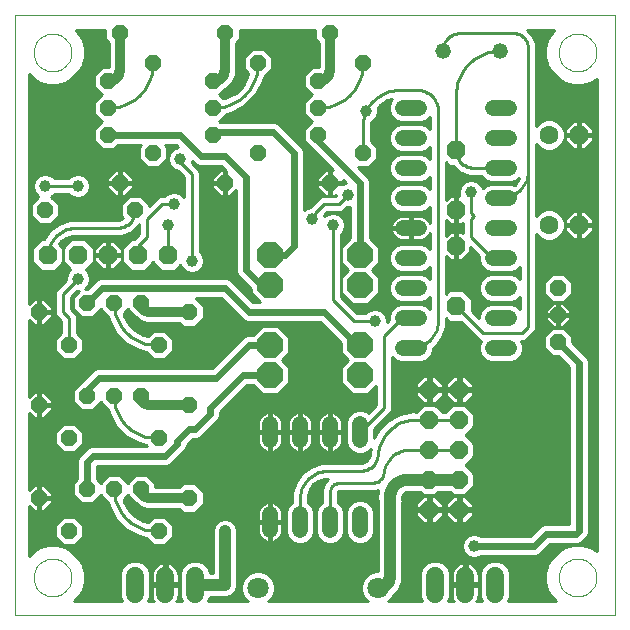
<source format=gtl>
G75*
G70*
%OFA0B0*%
%FSLAX24Y24*%
%IPPOS*%
%LPD*%
%AMOC8*
5,1,8,0,0,1.08239X$1,22.5*
%
%ADD10C,0.0000*%
%ADD11C,0.0520*%
%ADD12C,0.0520*%
%ADD13OC8,0.0630*%
%ADD14OC8,0.0520*%
%ADD15C,0.0600*%
%ADD16OC8,0.0600*%
%ADD17C,0.0630*%
%ADD18C,0.0709*%
%ADD19OC8,0.0850*%
%ADD20OC8,0.0560*%
%ADD21C,0.0100*%
%ADD22C,0.0396*%
%ADD23C,0.0240*%
%ADD24C,0.0320*%
%ADD25C,0.0400*%
D10*
X000101Y000504D02*
X000101Y020504D01*
X020101Y020504D01*
X020101Y000504D01*
X000101Y000504D01*
X000721Y001754D02*
X000723Y001804D01*
X000729Y001854D01*
X000739Y001903D01*
X000753Y001951D01*
X000770Y001998D01*
X000791Y002043D01*
X000816Y002087D01*
X000844Y002128D01*
X000876Y002167D01*
X000910Y002204D01*
X000947Y002238D01*
X000987Y002268D01*
X001029Y002295D01*
X001073Y002319D01*
X001119Y002340D01*
X001166Y002356D01*
X001214Y002369D01*
X001264Y002378D01*
X001313Y002383D01*
X001364Y002384D01*
X001414Y002381D01*
X001463Y002374D01*
X001512Y002363D01*
X001560Y002348D01*
X001606Y002330D01*
X001651Y002308D01*
X001694Y002282D01*
X001735Y002253D01*
X001774Y002221D01*
X001810Y002186D01*
X001842Y002148D01*
X001872Y002108D01*
X001899Y002065D01*
X001922Y002021D01*
X001941Y001975D01*
X001957Y001927D01*
X001969Y001878D01*
X001977Y001829D01*
X001981Y001779D01*
X001981Y001729D01*
X001977Y001679D01*
X001969Y001630D01*
X001957Y001581D01*
X001941Y001533D01*
X001922Y001487D01*
X001899Y001443D01*
X001872Y001400D01*
X001842Y001360D01*
X001810Y001322D01*
X001774Y001287D01*
X001735Y001255D01*
X001694Y001226D01*
X001651Y001200D01*
X001606Y001178D01*
X001560Y001160D01*
X001512Y001145D01*
X001463Y001134D01*
X001414Y001127D01*
X001364Y001124D01*
X001313Y001125D01*
X001264Y001130D01*
X001214Y001139D01*
X001166Y001152D01*
X001119Y001168D01*
X001073Y001189D01*
X001029Y001213D01*
X000987Y001240D01*
X000947Y001270D01*
X000910Y001304D01*
X000876Y001341D01*
X000844Y001380D01*
X000816Y001421D01*
X000791Y001465D01*
X000770Y001510D01*
X000753Y001557D01*
X000739Y001605D01*
X000729Y001654D01*
X000723Y001704D01*
X000721Y001754D01*
X000721Y019254D02*
X000723Y019304D01*
X000729Y019354D01*
X000739Y019403D01*
X000753Y019451D01*
X000770Y019498D01*
X000791Y019543D01*
X000816Y019587D01*
X000844Y019628D01*
X000876Y019667D01*
X000910Y019704D01*
X000947Y019738D01*
X000987Y019768D01*
X001029Y019795D01*
X001073Y019819D01*
X001119Y019840D01*
X001166Y019856D01*
X001214Y019869D01*
X001264Y019878D01*
X001313Y019883D01*
X001364Y019884D01*
X001414Y019881D01*
X001463Y019874D01*
X001512Y019863D01*
X001560Y019848D01*
X001606Y019830D01*
X001651Y019808D01*
X001694Y019782D01*
X001735Y019753D01*
X001774Y019721D01*
X001810Y019686D01*
X001842Y019648D01*
X001872Y019608D01*
X001899Y019565D01*
X001922Y019521D01*
X001941Y019475D01*
X001957Y019427D01*
X001969Y019378D01*
X001977Y019329D01*
X001981Y019279D01*
X001981Y019229D01*
X001977Y019179D01*
X001969Y019130D01*
X001957Y019081D01*
X001941Y019033D01*
X001922Y018987D01*
X001899Y018943D01*
X001872Y018900D01*
X001842Y018860D01*
X001810Y018822D01*
X001774Y018787D01*
X001735Y018755D01*
X001694Y018726D01*
X001651Y018700D01*
X001606Y018678D01*
X001560Y018660D01*
X001512Y018645D01*
X001463Y018634D01*
X001414Y018627D01*
X001364Y018624D01*
X001313Y018625D01*
X001264Y018630D01*
X001214Y018639D01*
X001166Y018652D01*
X001119Y018668D01*
X001073Y018689D01*
X001029Y018713D01*
X000987Y018740D01*
X000947Y018770D01*
X000910Y018804D01*
X000876Y018841D01*
X000844Y018880D01*
X000816Y018921D01*
X000791Y018965D01*
X000770Y019010D01*
X000753Y019057D01*
X000739Y019105D01*
X000729Y019154D01*
X000723Y019204D01*
X000721Y019254D01*
X018221Y019254D02*
X018223Y019304D01*
X018229Y019354D01*
X018239Y019403D01*
X018253Y019451D01*
X018270Y019498D01*
X018291Y019543D01*
X018316Y019587D01*
X018344Y019628D01*
X018376Y019667D01*
X018410Y019704D01*
X018447Y019738D01*
X018487Y019768D01*
X018529Y019795D01*
X018573Y019819D01*
X018619Y019840D01*
X018666Y019856D01*
X018714Y019869D01*
X018764Y019878D01*
X018813Y019883D01*
X018864Y019884D01*
X018914Y019881D01*
X018963Y019874D01*
X019012Y019863D01*
X019060Y019848D01*
X019106Y019830D01*
X019151Y019808D01*
X019194Y019782D01*
X019235Y019753D01*
X019274Y019721D01*
X019310Y019686D01*
X019342Y019648D01*
X019372Y019608D01*
X019399Y019565D01*
X019422Y019521D01*
X019441Y019475D01*
X019457Y019427D01*
X019469Y019378D01*
X019477Y019329D01*
X019481Y019279D01*
X019481Y019229D01*
X019477Y019179D01*
X019469Y019130D01*
X019457Y019081D01*
X019441Y019033D01*
X019422Y018987D01*
X019399Y018943D01*
X019372Y018900D01*
X019342Y018860D01*
X019310Y018822D01*
X019274Y018787D01*
X019235Y018755D01*
X019194Y018726D01*
X019151Y018700D01*
X019106Y018678D01*
X019060Y018660D01*
X019012Y018645D01*
X018963Y018634D01*
X018914Y018627D01*
X018864Y018624D01*
X018813Y018625D01*
X018764Y018630D01*
X018714Y018639D01*
X018666Y018652D01*
X018619Y018668D01*
X018573Y018689D01*
X018529Y018713D01*
X018487Y018740D01*
X018447Y018770D01*
X018410Y018804D01*
X018376Y018841D01*
X018344Y018880D01*
X018316Y018921D01*
X018291Y018965D01*
X018270Y019010D01*
X018253Y019057D01*
X018239Y019105D01*
X018229Y019154D01*
X018223Y019204D01*
X018221Y019254D01*
X018221Y001754D02*
X018223Y001804D01*
X018229Y001854D01*
X018239Y001903D01*
X018253Y001951D01*
X018270Y001998D01*
X018291Y002043D01*
X018316Y002087D01*
X018344Y002128D01*
X018376Y002167D01*
X018410Y002204D01*
X018447Y002238D01*
X018487Y002268D01*
X018529Y002295D01*
X018573Y002319D01*
X018619Y002340D01*
X018666Y002356D01*
X018714Y002369D01*
X018764Y002378D01*
X018813Y002383D01*
X018864Y002384D01*
X018914Y002381D01*
X018963Y002374D01*
X019012Y002363D01*
X019060Y002348D01*
X019106Y002330D01*
X019151Y002308D01*
X019194Y002282D01*
X019235Y002253D01*
X019274Y002221D01*
X019310Y002186D01*
X019342Y002148D01*
X019372Y002108D01*
X019399Y002065D01*
X019422Y002021D01*
X019441Y001975D01*
X019457Y001927D01*
X019469Y001878D01*
X019477Y001829D01*
X019481Y001779D01*
X019481Y001729D01*
X019477Y001679D01*
X019469Y001630D01*
X019457Y001581D01*
X019441Y001533D01*
X019422Y001487D01*
X019399Y001443D01*
X019372Y001400D01*
X019342Y001360D01*
X019310Y001322D01*
X019274Y001287D01*
X019235Y001255D01*
X019194Y001226D01*
X019151Y001200D01*
X019106Y001178D01*
X019060Y001160D01*
X019012Y001145D01*
X018963Y001134D01*
X018914Y001127D01*
X018864Y001124D01*
X018813Y001125D01*
X018764Y001130D01*
X018714Y001139D01*
X018666Y001152D01*
X018619Y001168D01*
X018573Y001189D01*
X018529Y001213D01*
X018487Y001240D01*
X018447Y001270D01*
X018410Y001304D01*
X018376Y001341D01*
X018344Y001380D01*
X018316Y001421D01*
X018291Y001465D01*
X018270Y001510D01*
X018253Y001557D01*
X018239Y001605D01*
X018229Y001654D01*
X018223Y001704D01*
X018221Y001754D01*
D11*
X011601Y003344D02*
X011601Y003864D01*
X010601Y003864D02*
X010601Y003344D01*
X009601Y003344D02*
X009601Y003864D01*
X008601Y003864D02*
X008601Y003344D01*
X008601Y006344D02*
X008601Y006864D01*
X009601Y006864D02*
X009601Y006344D01*
X010601Y006344D02*
X010601Y006864D01*
X011601Y006864D02*
X011601Y006344D01*
X013041Y009404D02*
X013561Y009404D01*
X013561Y010404D02*
X013041Y010404D01*
X013041Y011404D02*
X013561Y011404D01*
X013561Y012404D02*
X013041Y012404D01*
X013041Y013404D02*
X013561Y013404D01*
X013561Y014404D02*
X013041Y014404D01*
X013041Y015404D02*
X013561Y015404D01*
X013561Y016404D02*
X013041Y016404D01*
X013041Y017404D02*
X013561Y017404D01*
X016041Y017404D02*
X016561Y017404D01*
X016561Y016404D02*
X016041Y016404D01*
X016041Y015404D02*
X016561Y015404D01*
X016561Y014404D02*
X016041Y014404D01*
X016041Y013404D02*
X016561Y013404D01*
X016561Y012404D02*
X016041Y012404D01*
X016041Y011404D02*
X016561Y011404D01*
X016561Y010404D02*
X016041Y010404D01*
X016041Y009404D02*
X016561Y009404D01*
D12*
X016251Y019304D03*
X014351Y019304D03*
D13*
X014801Y016004D03*
X014801Y014004D03*
X014801Y012804D03*
X014801Y010804D03*
X018901Y013504D03*
X018901Y016504D03*
X005201Y012504D03*
X004201Y012504D03*
X003201Y012504D03*
X002201Y012504D03*
X001201Y012504D03*
D14*
X001101Y014004D03*
X003201Y016504D03*
X003201Y017404D03*
X003201Y018304D03*
X004701Y018904D03*
X006701Y018304D03*
X006701Y017404D03*
X006701Y016504D03*
X008201Y015904D03*
X010201Y016504D03*
X010201Y017404D03*
X010201Y018304D03*
X011701Y018904D03*
X011701Y015904D03*
X008201Y018904D03*
X004701Y015904D03*
X004101Y014004D03*
X004301Y010904D03*
X003401Y010904D03*
X002501Y010904D03*
X001901Y009504D03*
X002501Y007804D03*
X003401Y007804D03*
X004301Y007804D03*
X004901Y006404D03*
X004301Y004704D03*
X003401Y004704D03*
X002501Y004704D03*
X001901Y003304D03*
X004901Y003304D03*
X001901Y006404D03*
X004901Y009504D03*
X018201Y009604D03*
X018201Y010504D03*
X018201Y011404D03*
D15*
X016101Y001804D02*
X016101Y001204D01*
X015101Y001204D02*
X015101Y001804D01*
X014101Y001804D02*
X014101Y001204D01*
X006101Y001204D02*
X006101Y001804D01*
X005101Y001804D02*
X005101Y001204D01*
X004101Y001204D02*
X004101Y001804D01*
D16*
X013901Y004004D03*
X014901Y004004D03*
X014901Y005004D03*
X014901Y006004D03*
X014901Y007004D03*
X014901Y008004D03*
X013901Y008004D03*
X013901Y007004D03*
X013901Y006004D03*
X013901Y005004D03*
D17*
X017901Y013504D03*
X017901Y016504D03*
D18*
X012201Y001404D03*
X008201Y001404D03*
D19*
X008601Y008504D03*
X008601Y009504D03*
X008601Y011504D03*
X008601Y012504D03*
X011601Y012504D03*
X011601Y011504D03*
X011601Y009504D03*
X011601Y008504D03*
D20*
X005901Y007504D03*
X005901Y010604D03*
X007101Y014904D03*
X010601Y014904D03*
X010601Y019904D03*
X007101Y019904D03*
X003601Y019904D03*
X003601Y014904D03*
X000901Y010604D03*
X000901Y007504D03*
X000901Y004404D03*
X005901Y004404D03*
D21*
X006256Y004741D02*
X009391Y004741D01*
X009359Y004643D02*
X006355Y004643D01*
X006391Y004607D02*
X006104Y004894D01*
X005698Y004894D01*
X005578Y004774D01*
X004771Y004774D01*
X004771Y004899D01*
X004495Y005174D01*
X004106Y005174D01*
X003851Y004919D01*
X003595Y005174D01*
X003206Y005174D01*
X002951Y004919D01*
X002831Y005039D01*
X002831Y005467D01*
X002837Y005474D01*
X005166Y005474D01*
X005288Y005524D01*
X005381Y005617D01*
X005781Y006017D01*
X005831Y006138D01*
X005831Y006167D01*
X006037Y006374D01*
X006166Y006374D01*
X006288Y006424D01*
X006381Y006517D01*
X006881Y007017D01*
X006931Y007138D01*
X006931Y007267D01*
X007837Y008174D01*
X008033Y008174D01*
X008338Y007869D01*
X008864Y007869D01*
X009236Y008241D01*
X009236Y008767D01*
X008999Y009004D01*
X009236Y009241D01*
X009236Y009767D01*
X008864Y010139D01*
X008338Y010139D01*
X008033Y009834D01*
X007966Y009834D01*
X007835Y009834D01*
X007714Y009784D01*
X006664Y008734D01*
X002966Y008734D01*
X002835Y008734D01*
X002714Y008684D01*
X002314Y008284D01*
X002221Y008191D01*
X002220Y008187D01*
X002031Y007999D01*
X002031Y007609D01*
X002306Y007334D01*
X002695Y007334D01*
X002951Y007589D01*
X003206Y007334D01*
X003208Y007334D01*
X003254Y007163D01*
X003472Y006785D01*
X003472Y006785D01*
X003782Y006476D01*
X004160Y006257D01*
X004465Y006176D01*
X004506Y006134D01*
X002766Y006134D01*
X002635Y006134D01*
X002514Y006084D01*
X002314Y005884D01*
X002221Y005791D01*
X002171Y005670D01*
X002171Y005039D01*
X002031Y004899D01*
X002031Y004509D01*
X002306Y004234D01*
X002695Y004234D01*
X002951Y004489D01*
X003206Y004234D01*
X003208Y004234D01*
X003254Y004063D01*
X003472Y003685D01*
X003472Y003685D01*
X003782Y003376D01*
X004160Y003157D01*
X004465Y003076D01*
X004706Y002834D01*
X005095Y002834D01*
X005371Y003109D01*
X005371Y003499D01*
X005095Y003774D01*
X004706Y003774D01*
X004537Y003605D01*
X004365Y003651D01*
X004107Y003799D01*
X003896Y004010D01*
X003748Y004268D01*
X003722Y004361D01*
X003851Y004489D01*
X004106Y004234D01*
X004123Y004234D01*
X004221Y004136D01*
X004221Y004136D01*
X004467Y004034D01*
X004468Y004034D01*
X004601Y004034D01*
X004674Y004034D01*
X005578Y004034D01*
X005698Y003914D01*
X006104Y003914D01*
X006391Y004201D01*
X006391Y004607D01*
X006391Y004544D02*
X009341Y004544D01*
X009341Y004588D02*
X009341Y004456D01*
X009341Y004265D01*
X009335Y004262D01*
X009202Y004130D01*
X009131Y003957D01*
X009131Y003250D01*
X009202Y003078D01*
X009335Y002945D01*
X009507Y002874D01*
X009694Y002874D01*
X009867Y002945D01*
X009999Y003078D01*
X010071Y003250D01*
X010071Y003957D01*
X009999Y004130D01*
X009867Y004262D01*
X009861Y004265D01*
X009861Y004404D01*
X009869Y004504D01*
X009931Y004694D01*
X010048Y004856D01*
X010210Y004974D01*
X010401Y005036D01*
X010501Y005044D01*
X010541Y005044D01*
X010549Y005044D01*
X010426Y004921D01*
X010341Y004715D01*
X010341Y004656D01*
X010341Y004656D01*
X010341Y004265D01*
X010335Y004262D01*
X010202Y004130D01*
X010131Y003957D01*
X010131Y003250D01*
X010202Y003078D01*
X010335Y002945D01*
X010507Y002874D01*
X010694Y002874D01*
X010867Y002945D01*
X010999Y003078D01*
X011071Y003250D01*
X011071Y003957D01*
X010999Y004130D01*
X010867Y004262D01*
X010861Y004265D01*
X010861Y004604D01*
X010862Y004612D01*
X010867Y004626D01*
X010879Y004637D01*
X010893Y004643D01*
X010901Y004644D01*
X010931Y004644D01*
X010952Y004644D01*
X012052Y004644D01*
X012132Y004644D01*
X012212Y004677D01*
X012170Y004396D01*
X012170Y004396D01*
X012191Y004270D01*
X012191Y001968D01*
X012089Y001968D01*
X011881Y001882D01*
X011722Y001724D01*
X011636Y001516D01*
X011636Y001292D01*
X008765Y001292D01*
X008765Y001516D01*
X008679Y001724D01*
X008520Y001882D01*
X008313Y001968D01*
X008089Y001968D01*
X007881Y001882D01*
X007722Y001724D01*
X007636Y001516D01*
X007636Y001292D01*
X007457Y001292D01*
X007448Y001272D02*
X007511Y001422D01*
X007511Y001585D01*
X007511Y003385D01*
X007448Y003536D01*
X007333Y003651D01*
X007182Y003714D01*
X007019Y003714D01*
X006869Y003651D01*
X006753Y003536D01*
X006691Y003385D01*
X006691Y001914D01*
X006607Y001914D01*
X006533Y002093D01*
X006390Y002236D01*
X006202Y002314D01*
X005999Y002314D01*
X005812Y002236D01*
X005668Y002093D01*
X005591Y001905D01*
X005591Y001102D01*
X005652Y000954D01*
X005475Y000954D01*
X005486Y000968D01*
X005518Y001031D01*
X005540Y001099D01*
X005551Y001169D01*
X005551Y001454D01*
X005151Y001454D01*
X005151Y001554D01*
X005551Y001554D01*
X005551Y001839D01*
X005540Y001909D01*
X005518Y001977D01*
X005486Y002040D01*
X005444Y002097D01*
X005394Y002147D01*
X005337Y002189D01*
X005274Y002221D01*
X005206Y002243D01*
X005151Y002252D01*
X005151Y001554D01*
X005051Y001554D01*
X005051Y002252D01*
X004995Y002243D01*
X004928Y002221D01*
X004865Y002189D01*
X004808Y002147D01*
X004758Y002097D01*
X004716Y002040D01*
X004684Y001977D01*
X004662Y001909D01*
X004651Y001839D01*
X004651Y001554D01*
X005051Y001554D01*
X005051Y001454D01*
X004651Y001454D01*
X004651Y001169D01*
X004662Y001099D01*
X004684Y001031D01*
X004716Y000968D01*
X004726Y000954D01*
X004549Y000954D01*
X004611Y001102D01*
X004611Y001905D01*
X004533Y002093D01*
X004390Y002236D01*
X004202Y002314D01*
X003999Y002314D01*
X003812Y002236D01*
X003668Y002093D01*
X003591Y001905D01*
X003591Y001102D01*
X003652Y000954D01*
X002078Y000954D01*
X002215Y001091D01*
X002357Y001337D01*
X002431Y001612D01*
X002431Y001896D01*
X002357Y002171D01*
X002215Y002417D01*
X002014Y002618D01*
X001768Y002760D01*
X001493Y002834D01*
X001209Y002834D01*
X000934Y002760D01*
X000688Y002618D01*
X000551Y002481D01*
X000551Y004146D01*
X000723Y003974D01*
X000861Y003974D01*
X000861Y004364D01*
X000941Y004364D01*
X000941Y004444D01*
X001331Y004444D01*
X001331Y004582D01*
X001079Y004834D01*
X000941Y004834D01*
X000941Y004444D01*
X000861Y004444D01*
X000861Y004834D01*
X000723Y004834D01*
X000551Y004662D01*
X000551Y007246D01*
X000723Y007074D01*
X000861Y007074D01*
X000861Y007464D01*
X000941Y007464D01*
X000941Y007544D01*
X001331Y007544D01*
X001331Y007682D01*
X001079Y007934D01*
X000941Y007934D01*
X000941Y007544D01*
X000861Y007544D01*
X000861Y007934D01*
X000723Y007934D01*
X000551Y007762D01*
X000551Y010346D01*
X000723Y010174D01*
X000861Y010174D01*
X000861Y010564D01*
X000941Y010564D01*
X000941Y010644D01*
X001331Y010644D01*
X001331Y010782D01*
X001079Y011034D01*
X000941Y011034D01*
X000941Y010644D01*
X000861Y010644D01*
X000861Y011034D01*
X000723Y011034D01*
X000551Y010862D01*
X000551Y018527D01*
X000688Y018390D01*
X000934Y018248D01*
X001209Y018174D01*
X001493Y018174D01*
X001768Y018248D01*
X002014Y018390D01*
X002215Y018591D01*
X002357Y018837D01*
X002431Y019112D01*
X002431Y019396D01*
X002357Y019671D01*
X002215Y019917D01*
X003111Y019917D01*
X003111Y020004D02*
X003111Y019701D01*
X003231Y019581D01*
X003231Y018774D01*
X003006Y018774D01*
X002731Y018499D01*
X002731Y018109D01*
X002986Y017854D01*
X002731Y017599D01*
X002731Y017209D01*
X002986Y016954D01*
X002731Y016699D01*
X002731Y016309D01*
X003006Y016034D01*
X003395Y016034D01*
X003535Y016174D01*
X004306Y016174D01*
X004231Y016099D01*
X004231Y015709D01*
X004506Y015434D01*
X004895Y015434D01*
X005171Y015709D01*
X005171Y016099D01*
X005095Y016174D01*
X005464Y016174D01*
X005526Y016112D01*
X005520Y016112D01*
X005370Y016050D01*
X005255Y015935D01*
X005193Y015785D01*
X005193Y015623D01*
X005255Y015473D01*
X005370Y015358D01*
X005520Y015296D01*
X005541Y015296D01*
X005741Y015096D01*
X005741Y014441D01*
X005632Y014550D01*
X005482Y014612D01*
X005320Y014612D01*
X005170Y014550D01*
X005084Y014464D01*
X004949Y014464D01*
X004854Y014424D01*
X004780Y014351D01*
X004571Y014142D01*
X004571Y014199D01*
X004295Y014474D01*
X003906Y014474D01*
X003631Y014199D01*
X003631Y013809D01*
X003704Y013736D01*
X003690Y013721D01*
X003567Y013670D01*
X003501Y013664D01*
X003467Y013664D01*
X003449Y013664D01*
X002049Y013664D01*
X001917Y013664D01*
X001568Y013550D01*
X001568Y013550D01*
X001270Y013334D01*
X001054Y013037D01*
X001052Y013029D01*
X000983Y013029D01*
X000676Y012721D01*
X000676Y012286D01*
X000983Y011979D01*
X001418Y011979D01*
X001701Y012261D01*
X001701Y012746D01*
X001582Y012865D01*
X001648Y012956D01*
X001810Y013074D01*
X002001Y013136D01*
X002101Y013144D01*
X003449Y013144D01*
X003467Y013144D01*
X003552Y013144D01*
X003672Y013144D01*
X003988Y013275D01*
X004230Y013517D01*
X004237Y013534D01*
X004241Y013534D01*
X004241Y013212D01*
X004058Y013029D01*
X003983Y013029D01*
X003676Y012721D01*
X003676Y012286D01*
X003983Y011979D01*
X004418Y011979D01*
X004701Y012261D01*
X004983Y011979D01*
X005418Y011979D01*
X005613Y012174D01*
X005655Y012073D01*
X005770Y011958D01*
X005920Y011896D01*
X006082Y011896D01*
X006232Y011958D01*
X006347Y012073D01*
X006409Y012223D01*
X006409Y012385D01*
X006347Y012535D01*
X006261Y012621D01*
X006261Y015152D01*
X006261Y015256D01*
X006221Y015351D01*
X005991Y015581D01*
X006009Y015623D01*
X006009Y015629D01*
X006021Y015617D01*
X006114Y015524D01*
X006235Y015474D01*
X006964Y015474D01*
X007141Y015297D01*
X007141Y014944D01*
X007061Y014944D01*
X007061Y015334D01*
X006923Y015334D01*
X006671Y015082D01*
X006671Y014944D01*
X007061Y014944D01*
X007061Y014864D01*
X007141Y014864D01*
X007141Y014474D01*
X007279Y014474D01*
X007471Y014666D01*
X007471Y012070D01*
X007471Y011938D01*
X007521Y011817D01*
X007966Y011372D01*
X007966Y011241D01*
X008273Y010934D01*
X008037Y010934D01*
X007288Y011684D01*
X007166Y011734D01*
X007035Y011734D01*
X002935Y011734D01*
X002814Y011684D01*
X002721Y011591D01*
X002721Y011591D01*
X002504Y011374D01*
X002448Y011374D01*
X002547Y011473D01*
X002609Y011623D01*
X002609Y011785D01*
X002547Y011935D01*
X005825Y011935D01*
X005694Y012034D02*
X005473Y012034D01*
X005571Y012132D02*
X005630Y012132D01*
X006001Y012304D02*
X006001Y015204D01*
X005601Y015604D01*
X005601Y015704D01*
X005427Y016074D02*
X005171Y016074D01*
X005171Y015975D02*
X005295Y015975D01*
X005231Y015877D02*
X005171Y015877D01*
X005171Y015778D02*
X005193Y015778D01*
X005193Y015680D02*
X005141Y015680D01*
X005210Y015581D02*
X005043Y015581D01*
X004944Y015483D02*
X005251Y015483D01*
X005344Y015384D02*
X000551Y015384D01*
X000551Y015483D02*
X004458Y015483D01*
X004359Y015581D02*
X000551Y015581D01*
X000551Y015680D02*
X004260Y015680D01*
X004231Y015778D02*
X000551Y015778D01*
X000551Y015877D02*
X004231Y015877D01*
X004231Y015975D02*
X000551Y015975D01*
X000551Y016074D02*
X002966Y016074D01*
X002868Y016172D02*
X000551Y016172D01*
X000551Y016271D02*
X002769Y016271D01*
X002731Y016369D02*
X000551Y016369D01*
X000551Y016468D02*
X002731Y016468D01*
X002731Y016566D02*
X000551Y016566D01*
X000551Y016665D02*
X002731Y016665D01*
X002796Y016764D02*
X000551Y016764D01*
X000551Y016862D02*
X002894Y016862D01*
X002979Y016961D02*
X000551Y016961D01*
X000551Y017059D02*
X002881Y017059D01*
X002782Y017158D02*
X000551Y017158D01*
X000551Y017256D02*
X002731Y017256D01*
X002731Y017355D02*
X000551Y017355D01*
X000551Y017453D02*
X002731Y017453D01*
X002731Y017552D02*
X000551Y017552D01*
X000551Y017650D02*
X002783Y017650D01*
X002881Y017749D02*
X000551Y017749D01*
X000551Y017848D02*
X002980Y017848D01*
X002894Y017946D02*
X000551Y017946D01*
X000551Y018045D02*
X002795Y018045D01*
X002731Y018143D02*
X000551Y018143D01*
X000551Y018242D02*
X000956Y018242D01*
X000773Y018340D02*
X000551Y018340D01*
X000551Y018439D02*
X000639Y018439D01*
X001746Y018242D02*
X002731Y018242D01*
X002731Y018340D02*
X001928Y018340D01*
X002063Y018439D02*
X002731Y018439D01*
X002770Y018537D02*
X002161Y018537D01*
X002241Y018636D02*
X002868Y018636D01*
X002967Y018734D02*
X002298Y018734D01*
X002355Y018833D02*
X003231Y018833D01*
X003201Y017404D02*
X003277Y017406D01*
X003353Y017412D01*
X003428Y017421D01*
X003503Y017435D01*
X003577Y017452D01*
X003650Y017473D01*
X003722Y017497D01*
X003793Y017526D01*
X003862Y017557D01*
X003929Y017592D01*
X003994Y017631D01*
X004058Y017673D01*
X004119Y017718D01*
X004178Y017766D01*
X004234Y017817D01*
X004288Y017871D01*
X004339Y017927D01*
X004387Y017986D01*
X004432Y018047D01*
X004474Y018111D01*
X004513Y018176D01*
X004548Y018243D01*
X004579Y018312D01*
X004608Y018383D01*
X004632Y018455D01*
X004653Y018528D01*
X004670Y018602D01*
X004684Y018677D01*
X004693Y018752D01*
X004699Y018828D01*
X004701Y018904D01*
X003231Y018932D02*
X002382Y018932D01*
X002409Y019030D02*
X003231Y019030D01*
X003231Y019129D02*
X002431Y019129D01*
X002431Y019227D02*
X003231Y019227D01*
X003231Y019326D02*
X002431Y019326D01*
X002423Y019424D02*
X003231Y019424D01*
X003231Y019523D02*
X002397Y019523D01*
X002370Y019621D02*
X003190Y019621D01*
X003111Y019720D02*
X002329Y019720D01*
X002272Y019818D02*
X003111Y019818D01*
X003111Y020004D02*
X002128Y020004D01*
X002215Y019917D01*
X003534Y016172D02*
X004305Y016172D01*
X004231Y016074D02*
X003435Y016074D01*
X003423Y015334D02*
X003171Y015082D01*
X003171Y014944D01*
X003561Y014944D01*
X003561Y015334D01*
X003423Y015334D01*
X003374Y015285D02*
X000551Y015285D01*
X000551Y015187D02*
X000959Y015187D01*
X001020Y015212D02*
X000870Y015150D01*
X000755Y015035D01*
X000693Y014885D01*
X000693Y014723D01*
X000755Y014573D01*
X000870Y014458D01*
X000884Y014452D01*
X000631Y014199D01*
X000631Y013809D01*
X000906Y013534D01*
X001295Y013534D01*
X001571Y013809D01*
X001571Y014199D01*
X001317Y014452D01*
X001332Y014458D01*
X001418Y014544D01*
X001884Y014544D01*
X001970Y014458D01*
X002120Y014396D01*
X002282Y014396D01*
X002432Y014458D01*
X002547Y014573D01*
X002609Y014723D01*
X002609Y014885D01*
X002547Y015035D01*
X002432Y015150D01*
X002282Y015212D01*
X002120Y015212D01*
X001970Y015150D01*
X001884Y015064D01*
X001418Y015064D01*
X001332Y015150D01*
X001182Y015212D01*
X001020Y015212D01*
X001243Y015187D02*
X002059Y015187D01*
X001908Y015088D02*
X001393Y015088D01*
X001101Y014804D02*
X002201Y014804D01*
X001930Y014497D02*
X001371Y014497D01*
X001371Y014399D02*
X002113Y014399D01*
X002289Y014399D02*
X003831Y014399D01*
X003779Y014474D02*
X004031Y014726D01*
X004031Y014864D01*
X003641Y014864D01*
X003641Y014944D01*
X004031Y014944D01*
X004031Y015082D01*
X003779Y015334D01*
X003641Y015334D01*
X003641Y014944D01*
X003561Y014944D01*
X003561Y014864D01*
X003641Y014864D01*
X003641Y014474D01*
X003779Y014474D01*
X003802Y014497D02*
X005117Y014497D01*
X005280Y014596D02*
X003901Y014596D01*
X003999Y014694D02*
X005741Y014694D01*
X005741Y014596D02*
X005522Y014596D01*
X005685Y014497D02*
X005741Y014497D01*
X005741Y014793D02*
X004031Y014793D01*
X004031Y014990D02*
X005741Y014990D01*
X005741Y015088D02*
X004024Y015088D01*
X003926Y015187D02*
X005650Y015187D01*
X005552Y015285D02*
X003827Y015285D01*
X003641Y015285D02*
X003561Y015285D01*
X003561Y015187D02*
X003641Y015187D01*
X003641Y015088D02*
X003561Y015088D01*
X003561Y014990D02*
X003641Y014990D01*
X003641Y014891D02*
X005741Y014891D01*
X006261Y014891D02*
X007061Y014891D01*
X007061Y014864D02*
X006671Y014864D01*
X006671Y014726D01*
X006923Y014474D01*
X007061Y014474D01*
X007061Y014864D01*
X007061Y014793D02*
X007141Y014793D01*
X007141Y014694D02*
X007061Y014694D01*
X007061Y014596D02*
X007141Y014596D01*
X007141Y014497D02*
X007061Y014497D01*
X006900Y014497D02*
X006261Y014497D01*
X006261Y014399D02*
X007471Y014399D01*
X007471Y014497D02*
X007302Y014497D01*
X007401Y014596D02*
X007471Y014596D01*
X007471Y014300D02*
X006261Y014300D01*
X006261Y014201D02*
X007471Y014201D01*
X007471Y014103D02*
X006261Y014103D01*
X006261Y014004D02*
X007471Y014004D01*
X007471Y013906D02*
X006261Y013906D01*
X006261Y013807D02*
X007471Y013807D01*
X007471Y013709D02*
X006261Y013709D01*
X006261Y013610D02*
X007471Y013610D01*
X007471Y013512D02*
X006261Y013512D01*
X006261Y013413D02*
X007471Y013413D01*
X007471Y013315D02*
X006261Y013315D01*
X006261Y013216D02*
X007471Y013216D01*
X007471Y013117D02*
X006261Y013117D01*
X006261Y013019D02*
X007471Y013019D01*
X007471Y012920D02*
X006261Y012920D01*
X006261Y012822D02*
X007471Y012822D01*
X007471Y012723D02*
X006261Y012723D01*
X006261Y012625D02*
X007471Y012625D01*
X007471Y012526D02*
X006350Y012526D01*
X006391Y012428D02*
X007471Y012428D01*
X007471Y012329D02*
X006409Y012329D01*
X006409Y012231D02*
X007471Y012231D01*
X007471Y012132D02*
X006371Y012132D01*
X006307Y012034D02*
X007471Y012034D01*
X007472Y011935D02*
X006176Y011935D01*
X006124Y011074D02*
X006964Y011074D01*
X007621Y010417D01*
X007714Y010324D01*
X007835Y010274D01*
X010264Y010274D01*
X010966Y009572D01*
X010966Y009241D01*
X011203Y009004D01*
X010966Y008767D01*
X010966Y008241D01*
X011338Y007869D01*
X011864Y007869D01*
X012141Y008146D01*
X012141Y007512D01*
X011879Y007250D01*
X011867Y007262D01*
X011694Y007334D01*
X011507Y007334D01*
X011335Y007262D01*
X011202Y007130D01*
X011131Y006957D01*
X011131Y006250D01*
X011202Y006078D01*
X011335Y005945D01*
X011507Y005874D01*
X011694Y005874D01*
X011867Y005945D01*
X011954Y006033D01*
X011947Y005970D01*
X011941Y005956D01*
X011941Y005919D01*
X011936Y005884D01*
X011938Y005878D01*
X011934Y005838D01*
X011883Y005715D01*
X011790Y005621D01*
X011667Y005570D01*
X011601Y005564D01*
X010552Y005564D01*
X010541Y005564D01*
X010449Y005564D01*
X010317Y005564D01*
X009968Y005450D01*
X009968Y005450D01*
X009670Y005234D01*
X002831Y005234D01*
X002831Y005333D02*
X009805Y005333D01*
X009670Y005234D02*
X009670Y005234D01*
X009454Y004937D01*
X009341Y004588D01*
X009341Y004588D01*
X009341Y004446D02*
X006391Y004446D01*
X006391Y004347D02*
X009341Y004347D01*
X009321Y004249D02*
X008744Y004249D01*
X008758Y004244D02*
X008697Y004264D01*
X008633Y004274D01*
X008631Y004274D01*
X008631Y003634D01*
X009011Y003634D01*
X009011Y003896D01*
X009001Y003960D01*
X008981Y004021D01*
X008951Y004079D01*
X008914Y004131D01*
X008868Y004177D01*
X008816Y004215D01*
X008758Y004244D01*
X008631Y004249D02*
X008571Y004249D01*
X008571Y004274D02*
X008568Y004274D01*
X008505Y004264D01*
X008443Y004244D01*
X008386Y004215D01*
X008334Y004177D01*
X008288Y004131D01*
X008250Y004079D01*
X008221Y004021D01*
X008201Y003960D01*
X008191Y003896D01*
X008191Y003634D01*
X008571Y003634D01*
X008571Y004274D01*
X008458Y004249D02*
X006391Y004249D01*
X006340Y004150D02*
X008307Y004150D01*
X008236Y004051D02*
X006241Y004051D01*
X006143Y003953D02*
X008200Y003953D01*
X008191Y003854D02*
X004052Y003854D01*
X003953Y003953D02*
X005659Y003953D01*
X005311Y003559D02*
X006776Y003559D01*
X006722Y003460D02*
X005371Y003460D01*
X005371Y003362D02*
X006691Y003362D01*
X006691Y003263D02*
X005371Y003263D01*
X005371Y003165D02*
X006691Y003165D01*
X006691Y003066D02*
X005328Y003066D01*
X005229Y002968D02*
X006691Y002968D01*
X006691Y002869D02*
X005130Y002869D01*
X004671Y002869D02*
X002130Y002869D01*
X002095Y002834D02*
X002371Y003109D01*
X002371Y003499D01*
X002095Y003774D01*
X001706Y003774D01*
X001431Y003499D01*
X001431Y003109D01*
X001706Y002834D01*
X002095Y002834D01*
X002229Y002968D02*
X004573Y002968D01*
X004474Y003066D02*
X002328Y003066D01*
X002371Y003165D02*
X004147Y003165D01*
X004160Y003157D02*
X004160Y003157D01*
X003976Y003263D02*
X002371Y003263D01*
X002371Y003362D02*
X003806Y003362D01*
X003782Y003376D02*
X003782Y003376D01*
X003697Y003460D02*
X002371Y003460D01*
X002311Y003559D02*
X003598Y003559D01*
X003500Y003657D02*
X002212Y003657D01*
X002113Y003756D02*
X003431Y003756D01*
X003374Y003854D02*
X000551Y003854D01*
X000551Y003756D02*
X001688Y003756D01*
X001590Y003657D02*
X000551Y003657D01*
X000551Y003559D02*
X001491Y003559D01*
X001431Y003460D02*
X000551Y003460D01*
X000551Y003362D02*
X001431Y003362D01*
X001431Y003263D02*
X000551Y003263D01*
X000551Y003165D02*
X001431Y003165D01*
X001474Y003066D02*
X000551Y003066D01*
X000551Y002968D02*
X001573Y002968D01*
X001671Y002869D02*
X000551Y002869D01*
X000551Y002770D02*
X000972Y002770D01*
X000781Y002672D02*
X000551Y002672D01*
X000551Y002573D02*
X000643Y002573D01*
X001730Y002770D02*
X006691Y002770D01*
X006691Y002672D02*
X001921Y002672D01*
X002059Y002573D02*
X006691Y002573D01*
X006691Y002475D02*
X002157Y002475D01*
X002238Y002376D02*
X006691Y002376D01*
X006691Y002278D02*
X006290Y002278D01*
X006447Y002179D02*
X006691Y002179D01*
X006691Y002081D02*
X006538Y002081D01*
X006579Y001982D02*
X006691Y001982D01*
X007448Y001272D02*
X007333Y001156D01*
X007182Y001094D01*
X006607Y001094D01*
X006549Y000954D01*
X007853Y000954D01*
X007722Y001084D01*
X007636Y001292D01*
X007636Y001391D02*
X007498Y001391D01*
X007511Y001489D02*
X007636Y001489D01*
X007666Y001588D02*
X007511Y001588D01*
X007511Y001686D02*
X007707Y001686D01*
X007784Y001785D02*
X007511Y001785D01*
X007511Y001884D02*
X007884Y001884D01*
X007511Y001982D02*
X012191Y001982D01*
X012191Y002081D02*
X007511Y002081D01*
X007511Y002179D02*
X012191Y002179D01*
X012191Y002278D02*
X007511Y002278D01*
X007511Y002376D02*
X012191Y002376D01*
X012191Y002475D02*
X007511Y002475D01*
X007511Y002573D02*
X012191Y002573D01*
X012191Y002672D02*
X007511Y002672D01*
X007511Y002770D02*
X012191Y002770D01*
X012191Y002869D02*
X007511Y002869D01*
X007511Y002968D02*
X008436Y002968D01*
X008443Y002964D02*
X008505Y002944D01*
X008568Y002934D01*
X008571Y002934D01*
X008571Y003574D01*
X008631Y003574D01*
X008631Y003634D01*
X008571Y003634D01*
X008571Y003574D01*
X008191Y003574D01*
X008191Y003312D01*
X008201Y003248D01*
X008221Y003187D01*
X008250Y003129D01*
X008288Y003077D01*
X008334Y003031D01*
X008386Y002993D01*
X008443Y002964D01*
X008571Y002968D02*
X008631Y002968D01*
X008631Y002934D02*
X008633Y002934D01*
X008697Y002944D01*
X008758Y002964D01*
X008816Y002993D01*
X008868Y003031D01*
X008914Y003077D01*
X008951Y003129D01*
X008981Y003187D01*
X009001Y003248D01*
X009011Y003312D01*
X009011Y003574D01*
X008631Y003574D01*
X008631Y002934D01*
X008631Y003066D02*
X008571Y003066D01*
X008571Y003165D02*
X008631Y003165D01*
X008631Y003263D02*
X008571Y003263D01*
X008571Y003362D02*
X008631Y003362D01*
X008631Y003460D02*
X008571Y003460D01*
X008571Y003559D02*
X008631Y003559D01*
X008631Y003657D02*
X008571Y003657D01*
X008571Y003756D02*
X008631Y003756D01*
X008631Y003854D02*
X008571Y003854D01*
X008571Y003953D02*
X008631Y003953D01*
X008631Y004051D02*
X008571Y004051D01*
X008571Y004150D02*
X008631Y004150D01*
X008894Y004150D02*
X009222Y004150D01*
X009170Y004051D02*
X008965Y004051D01*
X009002Y003953D02*
X009131Y003953D01*
X009131Y003854D02*
X009011Y003854D01*
X009011Y003756D02*
X009131Y003756D01*
X009131Y003657D02*
X009011Y003657D01*
X009011Y003559D02*
X009131Y003559D01*
X009131Y003460D02*
X009011Y003460D01*
X009011Y003362D02*
X009131Y003362D01*
X009131Y003263D02*
X009003Y003263D01*
X008970Y003165D02*
X009166Y003165D01*
X009214Y003066D02*
X008903Y003066D01*
X008765Y002968D02*
X009312Y002968D01*
X009889Y002968D02*
X010312Y002968D01*
X010214Y003066D02*
X009988Y003066D01*
X010035Y003165D02*
X010166Y003165D01*
X010131Y003263D02*
X010071Y003263D01*
X010071Y003362D02*
X010131Y003362D01*
X010131Y003460D02*
X010071Y003460D01*
X010071Y003559D02*
X010131Y003559D01*
X010131Y003657D02*
X010071Y003657D01*
X010071Y003756D02*
X010131Y003756D01*
X010131Y003854D02*
X010071Y003854D01*
X010071Y003953D02*
X010131Y003953D01*
X010170Y004051D02*
X010032Y004051D01*
X009979Y004150D02*
X010222Y004150D01*
X010321Y004249D02*
X009881Y004249D01*
X009861Y004347D02*
X010341Y004347D01*
X010341Y004446D02*
X009864Y004446D01*
X009882Y004544D02*
X010341Y004544D01*
X010341Y004643D02*
X009914Y004643D01*
X009965Y004741D02*
X010352Y004741D01*
X010341Y004715D02*
X010341Y004715D01*
X010392Y004840D02*
X010036Y004840D01*
X010161Y004938D02*
X010443Y004938D01*
X010426Y004921D02*
X010426Y004921D01*
X010412Y005037D02*
X010542Y005037D01*
X010501Y005304D02*
X011601Y005304D01*
X011797Y005628D02*
X005392Y005628D01*
X005490Y005727D02*
X011888Y005727D01*
X011929Y005825D02*
X005589Y005825D01*
X005687Y005924D02*
X011387Y005924D01*
X011258Y006022D02*
X010856Y006022D01*
X010868Y006031D02*
X010914Y006077D01*
X010951Y006129D01*
X010981Y006187D01*
X011001Y006248D01*
X011011Y006312D01*
X011011Y006574D01*
X010631Y006574D01*
X010631Y006634D01*
X011011Y006634D01*
X011011Y006896D01*
X011001Y006960D01*
X010981Y007021D01*
X010951Y007079D01*
X010914Y007131D01*
X010868Y007177D01*
X010816Y007215D01*
X010758Y007244D01*
X010697Y007264D01*
X010633Y007274D01*
X010631Y007274D01*
X010631Y006634D01*
X010571Y006634D01*
X010571Y007274D01*
X010568Y007274D01*
X010505Y007264D01*
X010443Y007244D01*
X010386Y007215D01*
X010334Y007177D01*
X010288Y007131D01*
X010250Y007079D01*
X010221Y007021D01*
X010201Y006960D01*
X010191Y006896D01*
X010191Y006634D01*
X010571Y006634D01*
X010571Y006574D01*
X010631Y006574D01*
X010631Y005934D01*
X010633Y005934D01*
X010697Y005944D01*
X010758Y005964D01*
X010816Y005993D01*
X010868Y006031D01*
X010946Y006121D02*
X011184Y006121D01*
X011144Y006219D02*
X010991Y006219D01*
X011011Y006318D02*
X011131Y006318D01*
X011131Y006417D02*
X011011Y006417D01*
X011011Y006515D02*
X011131Y006515D01*
X011131Y006614D02*
X010631Y006614D01*
X010571Y006614D02*
X009631Y006614D01*
X009631Y006634D02*
X010011Y006634D01*
X010011Y006896D01*
X010001Y006960D01*
X009981Y007021D01*
X009951Y007079D01*
X009914Y007131D01*
X009868Y007177D01*
X009816Y007215D01*
X009758Y007244D01*
X009697Y007264D01*
X009633Y007274D01*
X009631Y007274D01*
X009631Y006634D01*
X009631Y006574D01*
X010011Y006574D01*
X010011Y006312D01*
X010001Y006248D01*
X009981Y006187D01*
X009951Y006129D01*
X009914Y006077D01*
X009868Y006031D01*
X009816Y005993D01*
X009758Y005964D01*
X009697Y005944D01*
X009633Y005934D01*
X009631Y005934D01*
X009631Y006574D01*
X009571Y006574D01*
X009571Y005934D01*
X009568Y005934D01*
X009505Y005944D01*
X009443Y005964D01*
X009386Y005993D01*
X009334Y006031D01*
X009288Y006077D01*
X009250Y006129D01*
X009221Y006187D01*
X009201Y006248D01*
X009191Y006312D01*
X009191Y006574D01*
X009571Y006574D01*
X009571Y006634D01*
X009571Y007274D01*
X009568Y007274D01*
X009505Y007264D01*
X009443Y007244D01*
X009386Y007215D01*
X009334Y007177D01*
X009288Y007131D01*
X009250Y007079D01*
X009221Y007021D01*
X009201Y006960D01*
X009191Y006896D01*
X009191Y006634D01*
X009571Y006634D01*
X009631Y006634D01*
X009571Y006614D02*
X008631Y006614D01*
X008631Y006634D02*
X009011Y006634D01*
X009011Y006896D01*
X009001Y006960D01*
X008981Y007021D01*
X008951Y007079D01*
X008914Y007131D01*
X008868Y007177D01*
X008816Y007215D01*
X008758Y007244D01*
X008697Y007264D01*
X008633Y007274D01*
X008631Y007274D01*
X008631Y006634D01*
X008631Y006574D01*
X009011Y006574D01*
X009011Y006312D01*
X009001Y006248D01*
X008981Y006187D01*
X008951Y006129D01*
X008914Y006077D01*
X008868Y006031D01*
X008816Y005993D01*
X008758Y005964D01*
X008697Y005944D01*
X008633Y005934D01*
X008631Y005934D01*
X008631Y006574D01*
X008571Y006574D01*
X008571Y005934D01*
X008568Y005934D01*
X008505Y005944D01*
X008443Y005964D01*
X008386Y005993D01*
X008334Y006031D01*
X008288Y006077D01*
X008250Y006129D01*
X008221Y006187D01*
X008201Y006248D01*
X008191Y006312D01*
X008191Y006574D01*
X008571Y006574D01*
X008571Y006634D01*
X008571Y007274D01*
X008568Y007274D01*
X008505Y007264D01*
X008443Y007244D01*
X008386Y007215D01*
X008334Y007177D01*
X008288Y007131D01*
X008250Y007079D01*
X008221Y007021D01*
X008201Y006960D01*
X008191Y006896D01*
X008191Y006634D01*
X008571Y006634D01*
X008631Y006634D01*
X008571Y006614D02*
X006477Y006614D01*
X006576Y006712D02*
X008191Y006712D01*
X008191Y006811D02*
X006674Y006811D01*
X006773Y006909D02*
X008193Y006909D01*
X008216Y007008D02*
X006871Y007008D01*
X006918Y007106D02*
X008270Y007106D01*
X008373Y007205D02*
X006931Y007205D01*
X006967Y007303D02*
X011434Y007303D01*
X011277Y007205D02*
X010829Y007205D01*
X010931Y007106D02*
X011192Y007106D01*
X011152Y007008D02*
X010985Y007008D01*
X011009Y006909D02*
X011131Y006909D01*
X011131Y006811D02*
X011011Y006811D01*
X011011Y006712D02*
X011131Y006712D01*
X011601Y006604D02*
X012401Y007404D01*
X012401Y009804D01*
X013001Y010404D01*
X013301Y010404D01*
X014201Y010304D02*
X014199Y010245D01*
X014193Y010187D01*
X014184Y010128D01*
X014170Y010071D01*
X014153Y010015D01*
X014132Y009960D01*
X014108Y009906D01*
X014080Y009854D01*
X014049Y009804D01*
X014015Y009756D01*
X013978Y009711D01*
X013937Y009668D01*
X013894Y009627D01*
X013849Y009590D01*
X013801Y009556D01*
X013751Y009525D01*
X013699Y009497D01*
X013645Y009473D01*
X013590Y009452D01*
X013534Y009435D01*
X013477Y009421D01*
X013418Y009412D01*
X013360Y009406D01*
X013301Y009404D01*
X013654Y008934D02*
X012947Y008934D01*
X012775Y009005D01*
X012661Y009119D01*
X012661Y007352D01*
X012621Y007257D01*
X012548Y007184D01*
X012071Y006706D01*
X012071Y006388D01*
X012173Y006610D01*
X012173Y006610D01*
X012501Y006963D01*
X012501Y006963D01*
X012921Y007198D01*
X012921Y007198D01*
X013393Y007291D01*
X013393Y007291D01*
X013458Y007283D01*
X013690Y007514D01*
X014112Y007514D01*
X014362Y007264D01*
X014440Y007264D01*
X014690Y007514D01*
X015112Y007514D01*
X015411Y007215D01*
X015411Y006793D01*
X015122Y006504D01*
X015411Y006215D01*
X015411Y005793D01*
X015122Y005504D01*
X015411Y005215D01*
X015411Y004793D01*
X015112Y004494D01*
X014690Y004494D01*
X014590Y004594D01*
X014212Y004594D01*
X014112Y004494D01*
X013690Y004494D01*
X013590Y004594D01*
X013146Y004594D01*
X013138Y004592D01*
X013083Y004563D01*
X013039Y004519D01*
X013012Y004464D01*
X013003Y004405D01*
X013011Y004385D01*
X013011Y004338D01*
X013019Y004291D01*
X013011Y004257D01*
X013011Y001722D01*
X013011Y001643D01*
X013011Y001643D01*
X012887Y001345D01*
X012887Y001345D01*
X012716Y001174D01*
X012679Y001084D01*
X012549Y000954D01*
X013652Y000954D01*
X013591Y001102D01*
X013591Y001905D01*
X013668Y002093D01*
X013812Y002236D01*
X013999Y002314D01*
X014202Y002314D01*
X014390Y002236D01*
X014533Y002093D01*
X014611Y001905D01*
X014611Y001102D01*
X014549Y000954D01*
X014726Y000954D01*
X014716Y000968D01*
X014684Y001031D01*
X014662Y001099D01*
X014651Y001169D01*
X014651Y001454D01*
X015051Y001454D01*
X015051Y001554D01*
X015051Y002252D01*
X014995Y002243D01*
X014928Y002221D01*
X014865Y002189D01*
X014808Y002147D01*
X014758Y002097D01*
X014716Y002040D01*
X014684Y001977D01*
X014662Y001909D01*
X014651Y001839D01*
X014651Y001554D01*
X015051Y001554D01*
X015151Y001554D01*
X015551Y001554D01*
X015551Y001839D01*
X015540Y001909D01*
X015518Y001977D01*
X015486Y002040D01*
X015444Y002097D01*
X015394Y002147D01*
X015337Y002189D01*
X015274Y002221D01*
X015206Y002243D01*
X015151Y002252D01*
X015151Y001554D01*
X015151Y001454D01*
X015551Y001454D01*
X015551Y001169D01*
X015540Y001099D01*
X015518Y001031D01*
X015486Y000968D01*
X015475Y000954D01*
X015652Y000954D01*
X015591Y001102D01*
X015591Y001905D01*
X015668Y002093D01*
X015812Y002236D01*
X015999Y002314D01*
X016202Y002314D01*
X016390Y002236D01*
X016533Y002093D01*
X016611Y001905D01*
X016611Y001102D01*
X016549Y000954D01*
X018124Y000954D01*
X017987Y001091D01*
X017844Y001337D01*
X017771Y001612D01*
X017771Y001896D01*
X017844Y002171D01*
X017987Y002417D01*
X018188Y002618D01*
X018434Y002760D01*
X018709Y002834D01*
X018993Y002834D01*
X019268Y002760D01*
X019501Y002626D01*
X019501Y018382D01*
X019268Y018248D01*
X018993Y018174D01*
X018709Y018174D01*
X018434Y018248D01*
X018188Y018390D01*
X017987Y018591D01*
X017844Y018837D01*
X017771Y019112D01*
X017771Y019396D01*
X017844Y019671D01*
X017987Y019917D01*
X017262Y019917D01*
X017345Y019834D02*
X017176Y020004D01*
X018074Y020004D01*
X017987Y019917D01*
X017930Y019818D02*
X017352Y019818D01*
X017345Y019834D02*
X017345Y019834D01*
X017461Y019555D01*
X017461Y019555D01*
X017461Y019456D01*
X017461Y016806D01*
X017603Y016949D01*
X017796Y017029D01*
X018005Y017029D01*
X018198Y016949D01*
X018346Y016801D01*
X018426Y016608D01*
X018426Y016399D01*
X018346Y016207D01*
X018198Y016059D01*
X018005Y015979D01*
X017796Y015979D01*
X017603Y016059D01*
X017461Y016202D01*
X017461Y015356D01*
X017461Y015304D01*
X017461Y015252D01*
X017461Y015120D01*
X017461Y015120D01*
X017461Y013806D01*
X017603Y013949D01*
X017796Y014029D01*
X018005Y014029D01*
X018198Y013949D01*
X018346Y013801D01*
X018426Y013608D01*
X018426Y013399D01*
X018346Y013207D01*
X018198Y013059D01*
X018005Y012979D01*
X017796Y012979D01*
X017603Y013059D01*
X017461Y013202D01*
X017461Y010052D01*
X017421Y009957D01*
X017348Y009884D01*
X017148Y009684D01*
X017052Y009644D01*
X016970Y009644D01*
X017031Y009497D01*
X017031Y009310D01*
X016959Y009138D01*
X016827Y009005D01*
X016654Y008934D01*
X015947Y008934D01*
X015775Y009005D01*
X015642Y009138D01*
X015571Y009310D01*
X015571Y009497D01*
X015634Y009650D01*
X015554Y009684D01*
X015480Y009757D01*
X015480Y009757D01*
X014958Y010279D01*
X014583Y010279D01*
X014461Y010402D01*
X014461Y010356D01*
X014461Y010304D01*
X014461Y010252D01*
X014461Y010120D01*
X014461Y010120D01*
X014347Y009771D01*
X014347Y009771D01*
X014131Y009474D01*
X014131Y009473D01*
X014131Y009473D01*
X014031Y009400D01*
X014031Y009310D01*
X013959Y009138D01*
X013827Y009005D01*
X013654Y008934D01*
X013762Y008979D02*
X015839Y008979D01*
X015703Y009077D02*
X013899Y009077D01*
X013975Y009176D02*
X015627Y009176D01*
X015586Y009274D02*
X014016Y009274D01*
X014031Y009373D02*
X015571Y009373D01*
X015571Y009471D02*
X014128Y009471D01*
X014201Y009570D02*
X015601Y009570D01*
X015590Y009668D02*
X014273Y009668D01*
X014344Y009767D02*
X015470Y009767D01*
X015371Y009866D02*
X014378Y009866D01*
X014410Y009964D02*
X015273Y009964D01*
X015174Y010063D02*
X014442Y010063D01*
X014461Y010161D02*
X015076Y010161D01*
X014977Y010260D02*
X014461Y010260D01*
X014461Y010358D02*
X014504Y010358D01*
X014201Y010304D02*
X014201Y017304D01*
X013941Y017119D02*
X013827Y017005D01*
X013654Y016934D01*
X012947Y016934D01*
X012775Y017005D01*
X012642Y017138D01*
X012571Y017310D01*
X012571Y017497D01*
X012642Y017670D01*
X012681Y017709D01*
X012510Y017659D01*
X012284Y017514D01*
X012197Y017413D01*
X012209Y017385D01*
X012209Y017223D01*
X012147Y017073D01*
X012032Y016958D01*
X011972Y016933D01*
X011966Y016904D01*
X011961Y016804D01*
X011961Y016309D01*
X012171Y016099D01*
X012171Y015709D01*
X011895Y015434D01*
X011537Y015434D01*
X011788Y015184D01*
X011881Y015091D01*
X011931Y014970D01*
X011931Y013072D01*
X012236Y012767D01*
X012236Y012241D01*
X011999Y012004D01*
X012236Y011767D01*
X012236Y011241D01*
X011864Y010869D01*
X011338Y010869D01*
X010966Y011241D01*
X010966Y011767D01*
X011203Y012004D01*
X010966Y012241D01*
X010966Y012767D01*
X011271Y013072D01*
X011271Y014096D01*
X011160Y014096D01*
X011048Y013984D01*
X010952Y013944D01*
X010849Y013944D01*
X010508Y013944D01*
X010391Y013827D01*
X010408Y013788D01*
X010470Y013850D01*
X010620Y013912D01*
X010782Y013912D01*
X010932Y013850D01*
X011047Y013735D01*
X011109Y013585D01*
X011109Y013423D01*
X011047Y013273D01*
X010961Y013187D01*
X010961Y011112D01*
X011508Y010564D01*
X011784Y010564D01*
X011870Y010650D01*
X012020Y010712D01*
X012182Y010712D01*
X012332Y010650D01*
X012447Y010535D01*
X012509Y010385D01*
X012509Y010280D01*
X012571Y010342D01*
X012571Y010497D01*
X012642Y010670D01*
X012775Y010802D01*
X012947Y010874D01*
X013654Y010874D01*
X013827Y010802D01*
X013941Y010689D01*
X013941Y011119D01*
X013827Y011005D01*
X013654Y010934D01*
X012947Y010934D01*
X012775Y011005D01*
X012642Y011138D01*
X012571Y011310D01*
X012571Y011497D01*
X012642Y011670D01*
X012775Y011802D01*
X012947Y011874D01*
X013654Y011874D01*
X013827Y011802D01*
X013941Y011689D01*
X013941Y012119D01*
X013827Y012005D01*
X013654Y011934D01*
X012947Y011934D01*
X012775Y012005D01*
X012642Y012138D01*
X012571Y012310D01*
X012571Y012497D01*
X012642Y012670D01*
X012775Y012802D01*
X012947Y012874D01*
X013654Y012874D01*
X013827Y012802D01*
X013941Y012689D01*
X013941Y013247D01*
X013941Y013247D01*
X013911Y013189D01*
X013874Y013137D01*
X013828Y013091D01*
X013776Y013053D01*
X013718Y013024D01*
X013657Y013004D01*
X013593Y012994D01*
X013331Y012994D01*
X013331Y013374D01*
X013271Y013374D01*
X013271Y012994D01*
X013008Y012994D01*
X012945Y013004D01*
X012883Y013024D01*
X012826Y013053D01*
X012774Y013091D01*
X012728Y013137D01*
X012690Y013189D01*
X012661Y013247D01*
X012641Y013308D01*
X012631Y013372D01*
X012631Y013374D01*
X013271Y013374D01*
X013271Y013434D01*
X013271Y013814D01*
X013008Y013814D01*
X012945Y013804D01*
X012883Y013784D01*
X012826Y013755D01*
X012774Y013717D01*
X012728Y013671D01*
X012690Y013619D01*
X012661Y013561D01*
X012641Y013500D01*
X012631Y013436D01*
X012631Y013434D01*
X013271Y013434D01*
X013331Y013434D01*
X013331Y013814D01*
X013593Y013814D01*
X013657Y013804D01*
X013718Y013784D01*
X013776Y013755D01*
X013828Y013717D01*
X013874Y013671D01*
X013911Y013619D01*
X013941Y013561D01*
X013941Y013561D01*
X013941Y014119D01*
X013827Y014005D01*
X013654Y013934D01*
X012947Y013934D01*
X012775Y014005D01*
X012642Y014138D01*
X012571Y014310D01*
X012571Y014497D01*
X011931Y014497D01*
X011931Y014399D02*
X012571Y014399D01*
X012571Y014497D02*
X012642Y014670D01*
X012775Y014802D01*
X012947Y014874D01*
X013654Y014874D01*
X013827Y014802D01*
X013941Y014689D01*
X013941Y015119D01*
X013827Y015005D01*
X013654Y014934D01*
X012947Y014934D01*
X012775Y015005D01*
X012642Y015138D01*
X012571Y015310D01*
X012571Y015497D01*
X012642Y015670D01*
X012775Y015802D01*
X012947Y015874D01*
X013654Y015874D01*
X013827Y015802D01*
X013941Y015689D01*
X013941Y016119D01*
X013827Y016005D01*
X013654Y015934D01*
X012947Y015934D01*
X012775Y016005D01*
X012642Y016138D01*
X012571Y016310D01*
X012571Y016497D01*
X012642Y016670D01*
X012775Y016802D01*
X012947Y016874D01*
X013654Y016874D01*
X013827Y016802D01*
X013941Y016689D01*
X013941Y017119D01*
X013941Y017059D02*
X013881Y017059D01*
X013941Y016961D02*
X013719Y016961D01*
X013683Y016862D02*
X013941Y016862D01*
X013941Y016764D02*
X013866Y016764D01*
X014201Y017304D02*
X014199Y017354D01*
X014194Y017404D01*
X014185Y017453D01*
X014173Y017501D01*
X014157Y017549D01*
X014138Y017595D01*
X014115Y017639D01*
X014090Y017682D01*
X014061Y017723D01*
X014030Y017762D01*
X013996Y017799D01*
X013959Y017833D01*
X013920Y017864D01*
X013879Y017893D01*
X013836Y017918D01*
X013792Y017941D01*
X013746Y017960D01*
X013698Y017976D01*
X013650Y017988D01*
X013601Y017997D01*
X013551Y018002D01*
X013501Y018004D01*
X012901Y018004D01*
X012634Y017650D02*
X012497Y017650D01*
X012593Y017552D02*
X012344Y017552D01*
X012232Y017453D02*
X012571Y017453D01*
X012571Y017355D02*
X012209Y017355D01*
X012209Y017256D02*
X012593Y017256D01*
X012634Y017158D02*
X012182Y017158D01*
X012133Y017059D02*
X012721Y017059D01*
X012883Y016961D02*
X012035Y016961D01*
X011964Y016862D02*
X012919Y016862D01*
X011809Y017301D02*
X011784Y017242D01*
X011762Y017181D01*
X011743Y017120D01*
X011728Y017058D01*
X011716Y016995D01*
X011708Y016932D01*
X011703Y016868D01*
X011701Y016804D01*
X011701Y015904D01*
X012043Y015581D02*
X012605Y015581D01*
X012571Y015483D02*
X011944Y015483D01*
X012141Y015680D02*
X012652Y015680D01*
X012750Y015778D02*
X012171Y015778D01*
X012171Y015877D02*
X013941Y015877D01*
X013941Y015975D02*
X013754Y015975D01*
X013895Y016074D02*
X013941Y016074D01*
X013941Y015778D02*
X013851Y015778D01*
X014461Y015602D02*
X014583Y015479D01*
X014710Y015479D01*
X014914Y015275D01*
X015230Y015144D01*
X015349Y015144D01*
X015349Y015144D01*
X015640Y015144D01*
X015642Y015138D01*
X015775Y015005D01*
X015947Y014934D01*
X016654Y014934D01*
X016827Y015005D01*
X016888Y015067D01*
X016871Y015013D01*
X016753Y014851D01*
X016737Y014840D01*
X016654Y014874D01*
X015947Y014874D01*
X015775Y014802D01*
X015694Y014722D01*
X015647Y014835D01*
X015532Y014950D01*
X015382Y015012D01*
X015220Y015012D01*
X015070Y014950D01*
X014955Y014835D01*
X014893Y014685D01*
X014893Y014523D01*
X014915Y014469D01*
X014831Y014469D01*
X014831Y014034D01*
X014771Y014034D01*
X014771Y014469D01*
X014608Y014469D01*
X014461Y014321D01*
X014461Y015602D01*
X014461Y015581D02*
X014481Y015581D01*
X014461Y015483D02*
X014580Y015483D01*
X014461Y015384D02*
X014805Y015384D01*
X014903Y015285D02*
X014461Y015285D01*
X014461Y015187D02*
X015126Y015187D01*
X015166Y014990D02*
X014461Y014990D01*
X014461Y015088D02*
X015692Y015088D01*
X015812Y014990D02*
X015436Y014990D01*
X015591Y014891D02*
X016782Y014891D01*
X016789Y014990D02*
X016854Y014990D01*
X017201Y015304D02*
X017201Y010104D01*
X017001Y009904D01*
X015701Y009904D01*
X014801Y010804D01*
X015201Y011147D02*
X015639Y011147D01*
X015642Y011138D02*
X015775Y011005D01*
X015947Y010934D01*
X016654Y010934D01*
X016827Y011005D01*
X016941Y011119D01*
X016941Y010689D01*
X016827Y010802D01*
X016654Y010874D01*
X015947Y010874D01*
X015775Y010802D01*
X015642Y010670D01*
X015571Y010497D01*
X015571Y010402D01*
X015326Y010647D01*
X015326Y011021D01*
X015018Y011329D01*
X014583Y011329D01*
X014461Y011206D01*
X014461Y012486D01*
X014608Y012339D01*
X014771Y012339D01*
X014771Y012774D01*
X014831Y012774D01*
X014831Y012339D01*
X014993Y012339D01*
X015266Y012611D01*
X015266Y012771D01*
X015571Y012466D01*
X015571Y012310D01*
X015642Y012138D01*
X015775Y012005D01*
X015947Y011934D01*
X016654Y011934D01*
X016827Y012005D01*
X016941Y012119D01*
X016941Y011689D01*
X016827Y011802D01*
X016654Y011874D01*
X015947Y011874D01*
X015775Y011802D01*
X015642Y011670D01*
X015571Y011497D01*
X015571Y011310D01*
X015642Y011138D01*
X015598Y011245D02*
X015102Y011245D01*
X015299Y011048D02*
X015732Y011048D01*
X015910Y010950D02*
X015326Y010950D01*
X015326Y010851D02*
X015892Y010851D01*
X015725Y010752D02*
X015326Y010752D01*
X015326Y010654D02*
X015636Y010654D01*
X015595Y010555D02*
X015417Y010555D01*
X015516Y010457D02*
X015571Y010457D01*
X015571Y011344D02*
X014461Y011344D01*
X014461Y011442D02*
X015571Y011442D01*
X015589Y011541D02*
X014461Y011541D01*
X014461Y011639D02*
X015630Y011639D01*
X015710Y011738D02*
X014461Y011738D01*
X014461Y011836D02*
X015857Y011836D01*
X015945Y011935D02*
X014461Y011935D01*
X014461Y012034D02*
X015746Y012034D01*
X015648Y012132D02*
X014461Y012132D01*
X014461Y012231D02*
X015604Y012231D01*
X015571Y012329D02*
X014461Y012329D01*
X014461Y012428D02*
X014519Y012428D01*
X014771Y012428D02*
X014831Y012428D01*
X014831Y012526D02*
X014771Y012526D01*
X014771Y012625D02*
X014831Y012625D01*
X014831Y012723D02*
X014771Y012723D01*
X014771Y012834D02*
X014771Y013269D01*
X014608Y013269D01*
X014461Y013121D01*
X014461Y013686D01*
X014608Y013539D01*
X014771Y013539D01*
X014771Y013974D01*
X014831Y013974D01*
X014831Y013539D01*
X014993Y013539D01*
X015041Y013586D01*
X015041Y013221D01*
X014993Y013269D01*
X014831Y013269D01*
X014831Y012834D01*
X014771Y012834D01*
X014771Y012920D02*
X014831Y012920D01*
X014831Y013019D02*
X014771Y013019D01*
X014771Y013117D02*
X014831Y013117D01*
X014831Y013216D02*
X014771Y013216D01*
X014555Y013216D02*
X014461Y013216D01*
X014461Y013315D02*
X015041Y013315D01*
X015041Y013413D02*
X014461Y013413D01*
X014461Y013512D02*
X015041Y013512D01*
X014831Y013610D02*
X014771Y013610D01*
X014771Y013709D02*
X014831Y013709D01*
X014831Y013807D02*
X014771Y013807D01*
X014771Y013906D02*
X014831Y013906D01*
X014831Y014103D02*
X014771Y014103D01*
X014771Y014201D02*
X014831Y014201D01*
X014831Y014300D02*
X014771Y014300D01*
X014771Y014399D02*
X014831Y014399D01*
X014903Y014497D02*
X014461Y014497D01*
X014461Y014399D02*
X014538Y014399D01*
X014461Y014596D02*
X014893Y014596D01*
X014896Y014694D02*
X014461Y014694D01*
X014461Y014793D02*
X014937Y014793D01*
X015011Y014891D02*
X014461Y014891D01*
X014914Y015275D02*
X014914Y015275D01*
X015401Y015404D02*
X016301Y015404D01*
X017201Y015304D02*
X017199Y015245D01*
X017193Y015187D01*
X017184Y015128D01*
X017170Y015071D01*
X017153Y015015D01*
X017132Y014960D01*
X017108Y014906D01*
X017080Y014854D01*
X017049Y014804D01*
X017015Y014756D01*
X016978Y014711D01*
X016937Y014668D01*
X016894Y014627D01*
X016849Y014590D01*
X016801Y014556D01*
X016751Y014525D01*
X016699Y014497D01*
X016645Y014473D01*
X016590Y014452D01*
X016534Y014435D01*
X016477Y014421D01*
X016418Y014412D01*
X016360Y014406D01*
X016301Y014404D01*
X015765Y014793D02*
X015664Y014793D01*
X015301Y014604D02*
X015301Y013904D01*
X015401Y013804D01*
X015301Y013704D01*
X015301Y013104D01*
X015901Y012504D01*
X016301Y012504D01*
X016301Y012404D01*
X016657Y011935D02*
X016941Y011935D01*
X016941Y012034D02*
X016855Y012034D01*
X016941Y011836D02*
X016745Y011836D01*
X016891Y011738D02*
X016941Y011738D01*
X017461Y011738D02*
X017870Y011738D01*
X017969Y011836D02*
X017461Y011836D01*
X017461Y011935D02*
X019501Y011935D01*
X019501Y012034D02*
X017461Y012034D01*
X017461Y012132D02*
X019501Y012132D01*
X019501Y012231D02*
X017461Y012231D01*
X017461Y012329D02*
X019501Y012329D01*
X019501Y012428D02*
X017461Y012428D01*
X017461Y012526D02*
X019501Y012526D01*
X019501Y012625D02*
X017461Y012625D01*
X017461Y012723D02*
X019501Y012723D01*
X019501Y012822D02*
X017461Y012822D01*
X017461Y012920D02*
X019501Y012920D01*
X019501Y013019D02*
X018102Y013019D01*
X018257Y013117D02*
X018630Y013117D01*
X018708Y013039D02*
X018871Y013039D01*
X018871Y013474D01*
X018931Y013474D01*
X018931Y013534D01*
X019366Y013534D01*
X019366Y013696D01*
X019093Y013969D01*
X018931Y013969D01*
X018931Y013534D01*
X018871Y013534D01*
X018871Y013969D01*
X018708Y013969D01*
X018436Y013696D01*
X018436Y013534D01*
X018871Y013534D01*
X018871Y013474D01*
X018436Y013474D01*
X018436Y013311D01*
X018708Y013039D01*
X018871Y013117D02*
X018931Y013117D01*
X018931Y013039D02*
X019093Y013039D01*
X019366Y013311D01*
X019366Y013474D01*
X018931Y013474D01*
X018931Y013039D01*
X018931Y013216D02*
X018871Y013216D01*
X018871Y013315D02*
X018931Y013315D01*
X018931Y013413D02*
X018871Y013413D01*
X018871Y013512D02*
X018426Y013512D01*
X018425Y013610D02*
X018436Y013610D01*
X018448Y013709D02*
X018384Y013709D01*
X018340Y013807D02*
X018547Y013807D01*
X018645Y013906D02*
X018241Y013906D01*
X018064Y014004D02*
X019501Y014004D01*
X019501Y013906D02*
X019156Y013906D01*
X019255Y013807D02*
X019501Y013807D01*
X019501Y013709D02*
X019354Y013709D01*
X019366Y013610D02*
X019501Y013610D01*
X019501Y013512D02*
X018931Y013512D01*
X018931Y013610D02*
X018871Y013610D01*
X018871Y013709D02*
X018931Y013709D01*
X018931Y013807D02*
X018871Y013807D01*
X018871Y013906D02*
X018931Y013906D01*
X019366Y013413D02*
X019501Y013413D01*
X019501Y013315D02*
X019366Y013315D01*
X019270Y013216D02*
X019501Y013216D01*
X019501Y013117D02*
X019172Y013117D01*
X018531Y013216D02*
X018350Y013216D01*
X018391Y013315D02*
X018436Y013315D01*
X018426Y013413D02*
X018436Y013413D01*
X017700Y013019D02*
X017461Y013019D01*
X017461Y013117D02*
X017545Y013117D01*
X017462Y013807D02*
X017461Y013807D01*
X017461Y013906D02*
X017560Y013906D01*
X017461Y014004D02*
X017737Y014004D01*
X017461Y014103D02*
X019501Y014103D01*
X019501Y014201D02*
X017461Y014201D01*
X017461Y014300D02*
X019501Y014300D01*
X019501Y014399D02*
X017461Y014399D01*
X017461Y014497D02*
X019501Y014497D01*
X019501Y014596D02*
X017461Y014596D01*
X017461Y014694D02*
X019501Y014694D01*
X019501Y014793D02*
X017461Y014793D01*
X017461Y014891D02*
X019501Y014891D01*
X019501Y014990D02*
X017461Y014990D01*
X017461Y015088D02*
X019501Y015088D01*
X019501Y015187D02*
X017461Y015187D01*
X017461Y015285D02*
X019501Y015285D01*
X019501Y015384D02*
X017461Y015384D01*
X017461Y015483D02*
X019501Y015483D01*
X019501Y015581D02*
X017461Y015581D01*
X017461Y015680D02*
X019501Y015680D01*
X019501Y015778D02*
X017461Y015778D01*
X017461Y015877D02*
X019501Y015877D01*
X019501Y015975D02*
X017461Y015975D01*
X017461Y016074D02*
X017588Y016074D01*
X017490Y016172D02*
X017461Y016172D01*
X017461Y016862D02*
X017517Y016862D01*
X017461Y016961D02*
X017632Y016961D01*
X017461Y017059D02*
X019501Y017059D01*
X019501Y016961D02*
X019102Y016961D01*
X019093Y016969D02*
X018931Y016969D01*
X018931Y016534D01*
X019366Y016534D01*
X019366Y016696D01*
X019093Y016969D01*
X019200Y016862D02*
X019501Y016862D01*
X019501Y016764D02*
X019299Y016764D01*
X019366Y016665D02*
X019501Y016665D01*
X019501Y016566D02*
X019366Y016566D01*
X019366Y016474D02*
X018931Y016474D01*
X018931Y016534D01*
X018871Y016534D01*
X018871Y016969D01*
X018708Y016969D01*
X018436Y016696D01*
X018436Y016534D01*
X018871Y016534D01*
X018871Y016474D01*
X018931Y016474D01*
X018931Y016039D01*
X019093Y016039D01*
X019366Y016311D01*
X019366Y016474D01*
X019366Y016468D02*
X019501Y016468D01*
X019501Y016369D02*
X019366Y016369D01*
X019325Y016271D02*
X019501Y016271D01*
X019501Y016172D02*
X019227Y016172D01*
X019128Y016074D02*
X019501Y016074D01*
X018931Y016074D02*
X018871Y016074D01*
X018871Y016039D02*
X018871Y016474D01*
X018436Y016474D01*
X018436Y016311D01*
X018708Y016039D01*
X018871Y016039D01*
X018871Y016172D02*
X018931Y016172D01*
X018931Y016271D02*
X018871Y016271D01*
X018871Y016369D02*
X018931Y016369D01*
X018931Y016468D02*
X018871Y016468D01*
X018871Y016566D02*
X018931Y016566D01*
X018931Y016665D02*
X018871Y016665D01*
X018871Y016764D02*
X018931Y016764D01*
X018931Y016862D02*
X018871Y016862D01*
X018871Y016961D02*
X018931Y016961D01*
X018700Y016961D02*
X018170Y016961D01*
X018285Y016862D02*
X018601Y016862D01*
X018503Y016764D02*
X018361Y016764D01*
X018402Y016665D02*
X018436Y016665D01*
X018426Y016566D02*
X018436Y016566D01*
X018426Y016468D02*
X018436Y016468D01*
X018436Y016369D02*
X018413Y016369D01*
X018372Y016271D02*
X018476Y016271D01*
X018575Y016172D02*
X018312Y016172D01*
X018213Y016074D02*
X018673Y016074D01*
X019501Y017158D02*
X017461Y017158D01*
X017461Y017256D02*
X019501Y017256D01*
X019501Y017355D02*
X017461Y017355D01*
X017461Y017453D02*
X019501Y017453D01*
X019501Y017552D02*
X017461Y017552D01*
X017461Y017650D02*
X019501Y017650D01*
X019501Y017749D02*
X017461Y017749D01*
X017461Y017848D02*
X019501Y017848D01*
X019501Y017946D02*
X017461Y017946D01*
X017461Y018045D02*
X019501Y018045D01*
X019501Y018143D02*
X017461Y018143D01*
X017461Y018242D02*
X018456Y018242D01*
X018273Y018340D02*
X017461Y018340D01*
X017461Y018439D02*
X018139Y018439D01*
X018040Y018537D02*
X017461Y018537D01*
X017461Y018636D02*
X017961Y018636D01*
X017904Y018734D02*
X017461Y018734D01*
X017461Y018833D02*
X017847Y018833D01*
X017819Y018932D02*
X017461Y018932D01*
X017461Y019030D02*
X017793Y019030D01*
X017771Y019129D02*
X017461Y019129D01*
X017461Y019227D02*
X017771Y019227D01*
X017771Y019326D02*
X017461Y019326D01*
X017461Y019424D02*
X017778Y019424D01*
X017805Y019523D02*
X017461Y019523D01*
X017433Y019621D02*
X017831Y019621D01*
X017873Y019720D02*
X017392Y019720D01*
X017201Y019404D02*
X017201Y015304D01*
X015401Y015404D02*
X015354Y015406D01*
X015307Y015411D01*
X015261Y015421D01*
X015216Y015433D01*
X015171Y015450D01*
X015129Y015469D01*
X015088Y015492D01*
X015048Y015519D01*
X015011Y015548D01*
X014977Y015580D01*
X014945Y015614D01*
X014916Y015651D01*
X014889Y015691D01*
X014866Y015732D01*
X014847Y015774D01*
X014830Y015819D01*
X014818Y015864D01*
X014808Y015910D01*
X014803Y015957D01*
X014801Y016004D01*
X014801Y017854D01*
X014803Y017930D01*
X014809Y018006D01*
X014819Y018081D01*
X014833Y018155D01*
X014850Y018229D01*
X014872Y018302D01*
X014897Y018374D01*
X014926Y018444D01*
X014959Y018512D01*
X014995Y018579D01*
X015035Y018644D01*
X015078Y018706D01*
X015124Y018767D01*
X015173Y018824D01*
X015226Y018879D01*
X015281Y018932D01*
X015338Y018981D01*
X015399Y019027D01*
X015461Y019070D01*
X015526Y019110D01*
X015593Y019146D01*
X015661Y019179D01*
X015731Y019208D01*
X015803Y019233D01*
X015876Y019255D01*
X015950Y019272D01*
X016024Y019286D01*
X016099Y019296D01*
X016175Y019302D01*
X016251Y019304D01*
X016701Y019904D02*
X016745Y019902D01*
X016788Y019896D01*
X016830Y019887D01*
X016872Y019874D01*
X016912Y019857D01*
X016951Y019837D01*
X016988Y019814D01*
X017022Y019787D01*
X017055Y019758D01*
X017084Y019725D01*
X017111Y019691D01*
X017134Y019654D01*
X017154Y019615D01*
X017171Y019575D01*
X017184Y019533D01*
X017193Y019491D01*
X017199Y019448D01*
X017201Y019404D01*
X016701Y019904D02*
X014951Y019904D01*
X014904Y019902D01*
X014857Y019897D01*
X014811Y019887D01*
X014766Y019875D01*
X014721Y019858D01*
X014679Y019839D01*
X014638Y019816D01*
X014598Y019789D01*
X014561Y019760D01*
X014527Y019728D01*
X014495Y019694D01*
X014466Y019657D01*
X014439Y019617D01*
X014416Y019576D01*
X014397Y019534D01*
X014380Y019489D01*
X014368Y019444D01*
X014358Y019398D01*
X014353Y019351D01*
X014351Y019304D01*
X012901Y018004D02*
X012832Y018002D01*
X012764Y017996D01*
X012696Y017986D01*
X012629Y017973D01*
X012562Y017955D01*
X012497Y017934D01*
X012433Y017909D01*
X012371Y017881D01*
X012310Y017848D01*
X012251Y017813D01*
X012195Y017774D01*
X012140Y017732D01*
X012089Y017687D01*
X012039Y017639D01*
X011993Y017589D01*
X011950Y017535D01*
X011909Y017480D01*
X011872Y017422D01*
X011839Y017362D01*
X011809Y017301D01*
X011808Y017301D02*
X011801Y017304D01*
X011961Y016764D02*
X012736Y016764D01*
X012640Y016665D02*
X011961Y016665D01*
X011961Y016566D02*
X012599Y016566D01*
X012571Y016468D02*
X011961Y016468D01*
X011961Y016369D02*
X012571Y016369D01*
X012587Y016271D02*
X011998Y016271D01*
X012097Y016172D02*
X012628Y016172D01*
X012706Y016074D02*
X012171Y016074D01*
X012171Y015975D02*
X012848Y015975D01*
X012571Y015384D02*
X011587Y015384D01*
X011686Y015285D02*
X012581Y015285D01*
X012622Y015187D02*
X011784Y015187D01*
X011882Y015088D02*
X012692Y015088D01*
X012812Y014990D02*
X011922Y014990D01*
X011931Y014891D02*
X013941Y014891D01*
X013941Y014793D02*
X013837Y014793D01*
X013935Y014694D02*
X013941Y014694D01*
X013941Y014990D02*
X013789Y014990D01*
X013910Y015088D02*
X013941Y015088D01*
X013924Y014103D02*
X013941Y014103D01*
X013941Y014004D02*
X013824Y014004D01*
X013941Y013906D02*
X011931Y013906D01*
X011931Y014004D02*
X012777Y014004D01*
X012677Y014103D02*
X011931Y014103D01*
X011931Y014201D02*
X012616Y014201D01*
X012575Y014300D02*
X011931Y014300D01*
X011931Y014596D02*
X012611Y014596D01*
X012666Y014694D02*
X011931Y014694D01*
X011931Y014793D02*
X012765Y014793D01*
X012967Y013807D02*
X011931Y013807D01*
X011931Y013709D02*
X012766Y013709D01*
X012686Y013610D02*
X011931Y013610D01*
X011931Y013512D02*
X012645Y013512D01*
X012640Y013315D02*
X011931Y013315D01*
X011931Y013413D02*
X013271Y013413D01*
X013271Y013315D02*
X013331Y013315D01*
X013331Y013216D02*
X013271Y013216D01*
X013271Y013117D02*
X013331Y013117D01*
X013331Y013019D02*
X013271Y013019D01*
X012899Y013019D02*
X011984Y013019D01*
X011931Y013117D02*
X012747Y013117D01*
X012676Y013216D02*
X011931Y013216D01*
X012082Y012920D02*
X013941Y012920D01*
X013941Y012822D02*
X013780Y012822D01*
X013906Y012723D02*
X013941Y012723D01*
X013941Y013019D02*
X013703Y013019D01*
X013854Y013117D02*
X013941Y013117D01*
X013941Y013216D02*
X013925Y013216D01*
X013916Y013610D02*
X013941Y013610D01*
X013941Y013709D02*
X013836Y013709D01*
X013941Y013807D02*
X013635Y013807D01*
X013331Y013807D02*
X013271Y013807D01*
X013271Y013709D02*
X013331Y013709D01*
X013331Y013610D02*
X013271Y013610D01*
X013271Y013512D02*
X013331Y013512D01*
X012822Y012822D02*
X012181Y012822D01*
X012236Y012723D02*
X012695Y012723D01*
X012624Y012625D02*
X012236Y012625D01*
X012236Y012526D02*
X012583Y012526D01*
X012571Y012428D02*
X012236Y012428D01*
X012236Y012329D02*
X012571Y012329D01*
X012604Y012231D02*
X012225Y012231D01*
X012127Y012132D02*
X012648Y012132D01*
X012746Y012034D02*
X012028Y012034D01*
X012068Y011935D02*
X012945Y011935D01*
X012857Y011836D02*
X012166Y011836D01*
X012236Y011738D02*
X012710Y011738D01*
X012630Y011639D02*
X012236Y011639D01*
X012236Y011541D02*
X012589Y011541D01*
X012571Y011442D02*
X012236Y011442D01*
X012236Y011344D02*
X012571Y011344D01*
X012598Y011245D02*
X012236Y011245D01*
X012141Y011147D02*
X012639Y011147D01*
X012732Y011048D02*
X012043Y011048D01*
X011944Y010950D02*
X012910Y010950D01*
X012892Y010851D02*
X011221Y010851D01*
X011257Y010950D02*
X011123Y010950D01*
X011159Y011048D02*
X011024Y011048D01*
X011060Y011147D02*
X010961Y011147D01*
X010961Y011245D02*
X010966Y011245D01*
X010961Y011344D02*
X010966Y011344D01*
X010961Y011442D02*
X010966Y011442D01*
X010961Y011541D02*
X010966Y011541D01*
X010961Y011639D02*
X010966Y011639D01*
X010961Y011738D02*
X010966Y011738D01*
X010961Y011836D02*
X011035Y011836D01*
X010961Y011935D02*
X011134Y011935D01*
X011173Y012034D02*
X010961Y012034D01*
X010961Y012132D02*
X011075Y012132D01*
X010976Y012231D02*
X010961Y012231D01*
X010961Y012329D02*
X010966Y012329D01*
X010961Y012428D02*
X010966Y012428D01*
X010961Y012526D02*
X010966Y012526D01*
X010961Y012625D02*
X010966Y012625D01*
X010961Y012723D02*
X010966Y012723D01*
X010961Y012822D02*
X011021Y012822D01*
X010961Y012920D02*
X011119Y012920D01*
X011218Y013019D02*
X010961Y013019D01*
X010961Y013117D02*
X011271Y013117D01*
X011271Y013216D02*
X010990Y013216D01*
X011064Y013315D02*
X011271Y013315D01*
X011271Y013413D02*
X011105Y013413D01*
X011109Y013512D02*
X011271Y013512D01*
X011271Y013610D02*
X011099Y013610D01*
X011058Y013709D02*
X011271Y013709D01*
X011271Y013807D02*
X010975Y013807D01*
X010797Y013906D02*
X011271Y013906D01*
X011271Y014004D02*
X011069Y014004D01*
X010901Y014204D02*
X011201Y014504D01*
X010793Y014488D02*
X010793Y014464D01*
X010349Y014464D01*
X010254Y014424D01*
X010180Y014351D01*
X009941Y014112D01*
X009920Y014112D01*
X009770Y014050D01*
X009731Y014011D01*
X009731Y015970D01*
X009681Y016091D01*
X009588Y016184D01*
X008888Y016884D01*
X008766Y016934D01*
X008635Y016934D01*
X006935Y016934D01*
X006915Y016954D01*
X007169Y017207D01*
X007380Y017264D01*
X007781Y017496D01*
X008109Y017823D01*
X008109Y017823D01*
X008341Y018225D01*
X008397Y018436D01*
X008671Y018709D01*
X008671Y019099D01*
X008395Y019374D01*
X008006Y019374D01*
X007731Y019099D01*
X007731Y018709D01*
X007881Y018559D01*
X007846Y018429D01*
X007685Y018149D01*
X007456Y017920D01*
X007175Y017758D01*
X007046Y017724D01*
X006915Y017854D01*
X007095Y018034D01*
X007137Y018051D01*
X007354Y018268D01*
X007471Y018551D01*
X007471Y018704D01*
X007471Y018778D01*
X007471Y019581D01*
X007591Y019701D01*
X007591Y020004D01*
X010111Y020004D01*
X010111Y019701D01*
X010231Y019581D01*
X010231Y018778D01*
X010231Y018774D01*
X010006Y018774D01*
X009731Y018499D01*
X009731Y018109D01*
X009986Y017854D01*
X009731Y017599D01*
X009731Y017209D01*
X009986Y016954D01*
X009731Y016699D01*
X009731Y016309D01*
X009920Y016120D01*
X009921Y016117D01*
X010704Y015334D01*
X010641Y015334D01*
X010641Y014944D01*
X011031Y014944D01*
X011031Y015007D01*
X011126Y014912D01*
X011120Y014912D01*
X011003Y014864D01*
X010641Y014864D01*
X010641Y014944D01*
X010561Y014944D01*
X010561Y015334D01*
X010423Y015334D01*
X010171Y015082D01*
X010171Y014944D01*
X010561Y014944D01*
X010561Y014864D01*
X010641Y014864D01*
X010641Y014474D01*
X010779Y014474D01*
X010793Y014488D01*
X010641Y014497D02*
X010561Y014497D01*
X010561Y014474D02*
X010561Y014864D01*
X010171Y014864D01*
X010171Y014726D01*
X010423Y014474D01*
X010561Y014474D01*
X010561Y014596D02*
X010641Y014596D01*
X010641Y014694D02*
X010561Y014694D01*
X010561Y014793D02*
X010641Y014793D01*
X010641Y014891D02*
X011069Y014891D01*
X011048Y014990D02*
X011031Y014990D01*
X010641Y014990D02*
X010561Y014990D01*
X010561Y015088D02*
X010641Y015088D01*
X010641Y015187D02*
X010561Y015187D01*
X010561Y015285D02*
X010641Y015285D01*
X010654Y015384D02*
X009731Y015384D01*
X009731Y015483D02*
X010556Y015483D01*
X010457Y015581D02*
X009731Y015581D01*
X009731Y015680D02*
X010358Y015680D01*
X010260Y015778D02*
X009731Y015778D01*
X009731Y015877D02*
X010161Y015877D01*
X010063Y015975D02*
X009728Y015975D01*
X009688Y016074D02*
X009964Y016074D01*
X009868Y016172D02*
X009599Y016172D01*
X009500Y016271D02*
X009769Y016271D01*
X009731Y016369D02*
X009402Y016369D01*
X009303Y016468D02*
X009731Y016468D01*
X009731Y016566D02*
X009205Y016566D01*
X009106Y016665D02*
X009731Y016665D01*
X009796Y016764D02*
X009008Y016764D01*
X008909Y016862D02*
X009894Y016862D01*
X009979Y016961D02*
X006922Y016961D01*
X007021Y017059D02*
X009881Y017059D01*
X009782Y017158D02*
X007119Y017158D01*
X007352Y017256D02*
X009731Y017256D01*
X009731Y017355D02*
X007538Y017355D01*
X007380Y017264D02*
X007380Y017264D01*
X007708Y017453D02*
X009731Y017453D01*
X009731Y017552D02*
X007838Y017552D01*
X007781Y017496D02*
X007781Y017496D01*
X007936Y017650D02*
X009783Y017650D01*
X009881Y017749D02*
X008035Y017749D01*
X008123Y017848D02*
X009980Y017848D01*
X009894Y017946D02*
X008180Y017946D01*
X008237Y018045D02*
X009795Y018045D01*
X009731Y018143D02*
X008294Y018143D01*
X008341Y018225D02*
X008341Y018225D01*
X008345Y018242D02*
X009731Y018242D01*
X009731Y018340D02*
X008372Y018340D01*
X008400Y018439D02*
X009731Y018439D01*
X009770Y018537D02*
X008499Y018537D01*
X008597Y018636D02*
X009868Y018636D01*
X009967Y018734D02*
X008671Y018734D01*
X008671Y018833D02*
X010231Y018833D01*
X010201Y017404D02*
X010277Y017406D01*
X010353Y017412D01*
X010428Y017421D01*
X010503Y017435D01*
X010577Y017452D01*
X010650Y017473D01*
X010722Y017497D01*
X010793Y017526D01*
X010862Y017557D01*
X010929Y017592D01*
X010994Y017631D01*
X011058Y017673D01*
X011119Y017718D01*
X011178Y017766D01*
X011234Y017817D01*
X011288Y017871D01*
X011339Y017927D01*
X011387Y017986D01*
X011432Y018047D01*
X011474Y018111D01*
X011513Y018176D01*
X011548Y018243D01*
X011579Y018312D01*
X011608Y018383D01*
X011632Y018455D01*
X011653Y018528D01*
X011670Y018602D01*
X011684Y018677D01*
X011693Y018752D01*
X011699Y018828D01*
X011701Y018904D01*
X010231Y018932D02*
X008671Y018932D01*
X008671Y019030D02*
X010231Y019030D01*
X010231Y019129D02*
X008641Y019129D01*
X008542Y019227D02*
X010231Y019227D01*
X010231Y019326D02*
X008444Y019326D01*
X007958Y019326D02*
X007471Y019326D01*
X007471Y019424D02*
X010231Y019424D01*
X010231Y019523D02*
X007471Y019523D01*
X007511Y019621D02*
X010190Y019621D01*
X010111Y019720D02*
X007591Y019720D01*
X007591Y019818D02*
X010111Y019818D01*
X010111Y019917D02*
X007591Y019917D01*
X007471Y019227D02*
X007859Y019227D01*
X007761Y019129D02*
X007471Y019129D01*
X007471Y019030D02*
X007731Y019030D01*
X007731Y018932D02*
X007471Y018932D01*
X007471Y018833D02*
X007731Y018833D01*
X007731Y018734D02*
X007471Y018734D01*
X007471Y018636D02*
X007804Y018636D01*
X007875Y018537D02*
X007465Y018537D01*
X007471Y018551D02*
X007471Y018551D01*
X007424Y018439D02*
X007849Y018439D01*
X007795Y018340D02*
X007384Y018340D01*
X007354Y018268D02*
X007354Y018268D01*
X007328Y018242D02*
X007738Y018242D01*
X007679Y018143D02*
X007229Y018143D01*
X007137Y018051D02*
X007137Y018051D01*
X007121Y018045D02*
X007580Y018045D01*
X007482Y017946D02*
X007008Y017946D01*
X006922Y017848D02*
X007330Y017848D01*
X007141Y017749D02*
X007020Y017749D01*
X006701Y017404D02*
X006777Y017406D01*
X006853Y017412D01*
X006928Y017421D01*
X007003Y017435D01*
X007077Y017452D01*
X007150Y017473D01*
X007222Y017497D01*
X007293Y017526D01*
X007362Y017557D01*
X007429Y017592D01*
X007494Y017631D01*
X007558Y017673D01*
X007619Y017718D01*
X007678Y017766D01*
X007734Y017817D01*
X007788Y017871D01*
X007839Y017927D01*
X007887Y017986D01*
X007932Y018047D01*
X007974Y018111D01*
X008013Y018176D01*
X008048Y018243D01*
X008079Y018312D01*
X008108Y018383D01*
X008132Y018455D01*
X008153Y018528D01*
X008170Y018602D01*
X008184Y018677D01*
X008193Y018752D01*
X008199Y018828D01*
X008201Y018904D01*
X005466Y016172D02*
X005097Y016172D01*
X005992Y015581D02*
X006057Y015581D01*
X006090Y015483D02*
X006214Y015483D01*
X006188Y015384D02*
X007054Y015384D01*
X007061Y015285D02*
X007141Y015285D01*
X007141Y015187D02*
X007061Y015187D01*
X007061Y015088D02*
X007141Y015088D01*
X007141Y014990D02*
X007061Y014990D01*
X006776Y015187D02*
X006261Y015187D01*
X006261Y015088D02*
X006677Y015088D01*
X006671Y014990D02*
X006261Y014990D01*
X006261Y014793D02*
X006671Y014793D01*
X006702Y014694D02*
X006261Y014694D01*
X006261Y014596D02*
X006801Y014596D01*
X006874Y015285D02*
X006248Y015285D01*
X005401Y014204D02*
X005001Y014204D01*
X004501Y013704D01*
X004501Y013104D01*
X004201Y012804D01*
X004201Y012504D01*
X004571Y012132D02*
X004830Y012132D01*
X004732Y012231D02*
X004670Y012231D01*
X004473Y012034D02*
X004929Y012034D01*
X005201Y012504D02*
X005201Y013504D01*
X004631Y014201D02*
X004568Y014201D01*
X004469Y014300D02*
X004729Y014300D01*
X004780Y014351D02*
X004780Y014351D01*
X004828Y014399D02*
X004371Y014399D01*
X003732Y014300D02*
X001469Y014300D01*
X001568Y014201D02*
X003634Y014201D01*
X003631Y014103D02*
X001571Y014103D01*
X001571Y014004D02*
X003631Y014004D01*
X003631Y013906D02*
X001571Y013906D01*
X001569Y013807D02*
X003633Y013807D01*
X003660Y013709D02*
X001470Y013709D01*
X001372Y013610D02*
X001752Y013610D01*
X001917Y013664D02*
X001917Y013664D01*
X002101Y013404D02*
X003501Y013404D01*
X003552Y013144D02*
X003552Y013144D01*
X003672Y013144D02*
X003672Y013144D01*
X003846Y013216D02*
X004241Y013216D01*
X004241Y013315D02*
X004028Y013315D01*
X003988Y013275D02*
X003988Y013275D01*
X004126Y013413D02*
X004241Y013413D01*
X004241Y013512D02*
X004225Y013512D01*
X004230Y013517D02*
X004230Y013517D01*
X004147Y013117D02*
X001943Y013117D01*
X001983Y013029D02*
X001701Y012746D01*
X001776Y012822D02*
X001625Y012822D01*
X001622Y012920D02*
X001875Y012920D01*
X001973Y013019D02*
X001734Y013019D01*
X001983Y013029D02*
X002418Y013029D01*
X002726Y012721D01*
X002726Y012286D01*
X002461Y012021D01*
X002547Y011935D01*
X002588Y011836D02*
X007513Y011836D01*
X007600Y011738D02*
X002609Y011738D01*
X002609Y011639D02*
X002770Y011639D01*
X002671Y011541D02*
X002575Y011541D01*
X002572Y011442D02*
X002516Y011442D01*
X002228Y011296D02*
X002031Y011099D01*
X002031Y010709D01*
X002306Y010434D01*
X002695Y010434D01*
X002951Y010689D01*
X003206Y010434D01*
X003208Y010434D01*
X003254Y010263D01*
X003472Y009885D01*
X003472Y009885D01*
X003782Y009576D01*
X004160Y009357D01*
X004465Y009276D01*
X004706Y009034D01*
X005095Y009034D01*
X005371Y009309D01*
X005371Y009699D01*
X005095Y009974D01*
X004706Y009974D01*
X004537Y009805D01*
X004365Y009851D01*
X004107Y009999D01*
X003896Y010210D01*
X003748Y010468D01*
X003722Y010561D01*
X003851Y010689D01*
X004106Y010434D01*
X004123Y010434D01*
X004221Y010336D01*
X004221Y010336D01*
X004467Y010234D01*
X004468Y010234D01*
X004527Y010234D01*
X004612Y010234D01*
X004674Y010234D01*
X005578Y010234D01*
X005698Y010114D01*
X006104Y010114D01*
X006391Y010401D01*
X006391Y010807D01*
X006124Y011074D01*
X006150Y011048D02*
X006990Y011048D01*
X007089Y010950D02*
X006248Y010950D01*
X006347Y010851D02*
X007187Y010851D01*
X007286Y010752D02*
X006391Y010752D01*
X006391Y010654D02*
X007384Y010654D01*
X007483Y010555D02*
X006391Y010555D01*
X006391Y010457D02*
X007581Y010457D01*
X007621Y010417D02*
X007621Y010417D01*
X007680Y010358D02*
X006348Y010358D01*
X006249Y010260D02*
X010278Y010260D01*
X010377Y010161D02*
X006151Y010161D01*
X005651Y010161D02*
X003945Y010161D01*
X003868Y010260D02*
X004405Y010260D01*
X004199Y010358D02*
X003811Y010358D01*
X003754Y010457D02*
X004083Y010457D01*
X003985Y010555D02*
X003724Y010555D01*
X003815Y010654D02*
X003886Y010654D01*
X004044Y010063D02*
X008262Y010063D01*
X008163Y009964D02*
X005105Y009964D01*
X005204Y009866D02*
X008064Y009866D01*
X007697Y009767D02*
X005302Y009767D01*
X005371Y009668D02*
X007599Y009668D01*
X007500Y009570D02*
X005371Y009570D01*
X005371Y009471D02*
X007402Y009471D01*
X007303Y009373D02*
X005371Y009373D01*
X005336Y009274D02*
X007204Y009274D01*
X007106Y009176D02*
X005237Y009176D01*
X005139Y009077D02*
X007007Y009077D01*
X006909Y008979D02*
X000551Y008979D01*
X000551Y009077D02*
X001663Y009077D01*
X001706Y009034D02*
X001431Y009309D01*
X001431Y009699D01*
X001641Y009909D01*
X001641Y010296D01*
X001554Y010384D01*
X001480Y010457D01*
X001331Y010457D01*
X001331Y010426D02*
X001331Y010564D01*
X000941Y010564D01*
X000941Y010174D01*
X001079Y010174D01*
X001331Y010426D01*
X001263Y010358D02*
X001579Y010358D01*
X001641Y010260D02*
X001165Y010260D01*
X000941Y010260D02*
X000861Y010260D01*
X000861Y010358D02*
X000941Y010358D01*
X000941Y010457D02*
X000861Y010457D01*
X000861Y010555D02*
X000941Y010555D01*
X000941Y010654D02*
X000861Y010654D01*
X000861Y010752D02*
X000941Y010752D01*
X000941Y010851D02*
X000861Y010851D01*
X000861Y010950D02*
X000941Y010950D01*
X001163Y010950D02*
X001441Y010950D01*
X001441Y011048D02*
X000551Y011048D01*
X000551Y010950D02*
X000638Y010950D01*
X000551Y011147D02*
X001441Y011147D01*
X001441Y011152D02*
X001441Y010552D01*
X001480Y010457D01*
X001441Y010555D02*
X001331Y010555D01*
X001331Y010654D02*
X001441Y010654D01*
X001441Y010752D02*
X001331Y010752D01*
X001262Y010851D02*
X001441Y010851D01*
X001701Y010604D02*
X001701Y011204D01*
X002201Y011704D01*
X001941Y012021D02*
X001855Y011935D01*
X001793Y011785D01*
X001793Y011664D01*
X001480Y011351D01*
X001441Y011256D01*
X001441Y011152D01*
X001441Y011245D02*
X000551Y011245D01*
X000551Y011344D02*
X001477Y011344D01*
X001571Y011442D02*
X000551Y011442D01*
X000551Y011541D02*
X001670Y011541D01*
X001769Y011639D02*
X000551Y011639D01*
X000551Y011738D02*
X001793Y011738D01*
X001814Y011836D02*
X000551Y011836D01*
X000551Y011935D02*
X001855Y011935D01*
X001941Y012021D02*
X001701Y012261D01*
X001670Y012231D02*
X001732Y012231D01*
X001830Y012132D02*
X001571Y012132D01*
X001473Y012034D02*
X001929Y012034D01*
X001201Y012504D02*
X001203Y012563D01*
X001209Y012621D01*
X001218Y012680D01*
X001232Y012737D01*
X001249Y012793D01*
X001270Y012848D01*
X001294Y012902D01*
X001322Y012954D01*
X001353Y013004D01*
X001387Y013052D01*
X001424Y013097D01*
X001465Y013140D01*
X001508Y013181D01*
X001553Y013218D01*
X001601Y013252D01*
X001651Y013283D01*
X001703Y013311D01*
X001757Y013335D01*
X001812Y013356D01*
X001868Y013373D01*
X001925Y013387D01*
X001984Y013396D01*
X002042Y013402D01*
X002101Y013404D01*
X002428Y013019D02*
X003973Y013019D01*
X003875Y012920D02*
X003442Y012920D01*
X003393Y012969D02*
X003666Y012696D01*
X003666Y012534D01*
X003231Y012534D01*
X003231Y012474D01*
X003666Y012474D01*
X003666Y012311D01*
X003393Y012039D01*
X003231Y012039D01*
X003231Y012474D01*
X003171Y012474D01*
X003171Y012039D01*
X003008Y012039D01*
X002736Y012311D01*
X002736Y012474D01*
X003171Y012474D01*
X003171Y012534D01*
X003171Y012969D01*
X003008Y012969D01*
X002736Y012696D01*
X002736Y012534D01*
X003171Y012534D01*
X003231Y012534D01*
X003231Y012969D01*
X003393Y012969D01*
X003231Y012920D02*
X003171Y012920D01*
X003171Y012822D02*
X003231Y012822D01*
X003231Y012723D02*
X003171Y012723D01*
X003171Y012625D02*
X003231Y012625D01*
X003231Y012526D02*
X003676Y012526D01*
X003666Y012428D02*
X003676Y012428D01*
X003666Y012329D02*
X003676Y012329D01*
X003732Y012231D02*
X003585Y012231D01*
X003486Y012132D02*
X003830Y012132D01*
X003929Y012034D02*
X002473Y012034D01*
X002571Y012132D02*
X002915Y012132D01*
X002817Y012231D02*
X002670Y012231D01*
X002726Y012329D02*
X002736Y012329D01*
X002726Y012428D02*
X002736Y012428D01*
X002726Y012526D02*
X003171Y012526D01*
X003171Y012428D02*
X003231Y012428D01*
X003231Y012329D02*
X003171Y012329D01*
X003171Y012231D02*
X003231Y012231D01*
X003231Y012132D02*
X003171Y012132D01*
X002736Y012625D02*
X002726Y012625D01*
X002724Y012723D02*
X002763Y012723D01*
X002861Y012822D02*
X002625Y012822D01*
X002527Y012920D02*
X002960Y012920D01*
X003540Y012822D02*
X003776Y012822D01*
X003678Y012723D02*
X003639Y012723D01*
X003666Y012625D02*
X003676Y012625D01*
X003501Y013404D02*
X003548Y013406D01*
X003595Y013411D01*
X003641Y013421D01*
X003686Y013433D01*
X003731Y013450D01*
X003773Y013469D01*
X003814Y013492D01*
X003854Y013519D01*
X003891Y013548D01*
X003925Y013580D01*
X003957Y013614D01*
X003986Y013651D01*
X004013Y013691D01*
X004036Y013732D01*
X004055Y013774D01*
X004072Y013819D01*
X004084Y013864D01*
X004094Y013910D01*
X004099Y013957D01*
X004101Y014004D01*
X003641Y014497D02*
X003561Y014497D01*
X003561Y014474D02*
X003561Y014864D01*
X003171Y014864D01*
X003171Y014726D01*
X003423Y014474D01*
X003561Y014474D01*
X003561Y014596D02*
X003641Y014596D01*
X003641Y014694D02*
X003561Y014694D01*
X003561Y014793D02*
X003641Y014793D01*
X003561Y014891D02*
X002606Y014891D01*
X002609Y014793D02*
X003171Y014793D01*
X003202Y014694D02*
X002597Y014694D01*
X002556Y014596D02*
X003301Y014596D01*
X003400Y014497D02*
X002471Y014497D01*
X002566Y014990D02*
X003171Y014990D01*
X003177Y015088D02*
X002493Y015088D01*
X002343Y015187D02*
X003276Y015187D01*
X001514Y013512D02*
X000551Y013512D01*
X000551Y013610D02*
X000830Y013610D01*
X000731Y013709D02*
X000551Y013709D01*
X000551Y013807D02*
X000633Y013807D01*
X000631Y013906D02*
X000551Y013906D01*
X000551Y014004D02*
X000631Y014004D01*
X000631Y014103D02*
X000551Y014103D01*
X000551Y014201D02*
X000634Y014201D01*
X000551Y014300D02*
X000732Y014300D01*
X000831Y014399D02*
X000551Y014399D01*
X000551Y014497D02*
X000830Y014497D01*
X000745Y014596D02*
X000551Y014596D01*
X000551Y014694D02*
X000704Y014694D01*
X000693Y014793D02*
X000551Y014793D01*
X000551Y014891D02*
X000695Y014891D01*
X000736Y014990D02*
X000551Y014990D01*
X000551Y015088D02*
X000808Y015088D01*
X000551Y013413D02*
X001379Y013413D01*
X001270Y013334D02*
X001270Y013334D01*
X001256Y013315D02*
X000551Y013315D01*
X000551Y013216D02*
X001184Y013216D01*
X001113Y013117D02*
X000551Y013117D01*
X000551Y013019D02*
X000973Y013019D01*
X001054Y013037D02*
X001054Y013037D01*
X000875Y012920D02*
X000551Y012920D01*
X000551Y012822D02*
X000776Y012822D01*
X000678Y012723D02*
X000551Y012723D01*
X000551Y012625D02*
X000676Y012625D01*
X000676Y012526D02*
X000551Y012526D01*
X000551Y012428D02*
X000676Y012428D01*
X000676Y012329D02*
X000551Y012329D01*
X000551Y012231D02*
X000732Y012231D01*
X000830Y012132D02*
X000551Y012132D01*
X000551Y012034D02*
X000929Y012034D01*
X001961Y011096D02*
X002160Y011296D01*
X002228Y011296D01*
X002177Y011245D02*
X002110Y011245D01*
X002079Y011147D02*
X002011Y011147D01*
X001961Y011096D02*
X001961Y010712D01*
X002121Y010551D01*
X002161Y010456D01*
X002161Y010352D01*
X002161Y009909D01*
X002371Y009699D01*
X002371Y009309D01*
X002095Y009034D01*
X001706Y009034D01*
X001564Y009176D02*
X000551Y009176D01*
X000551Y009274D02*
X001466Y009274D01*
X001431Y009373D02*
X000551Y009373D01*
X000551Y009471D02*
X001431Y009471D01*
X001431Y009570D02*
X000551Y009570D01*
X000551Y009668D02*
X001431Y009668D01*
X001499Y009767D02*
X000551Y009767D01*
X000551Y009866D02*
X001598Y009866D01*
X001641Y009964D02*
X000551Y009964D01*
X000551Y010063D02*
X001641Y010063D01*
X001641Y010161D02*
X000551Y010161D01*
X000551Y010260D02*
X000637Y010260D01*
X001701Y010604D02*
X001901Y010404D01*
X001901Y009504D01*
X002204Y009866D02*
X003492Y009866D01*
X003427Y009964D02*
X002161Y009964D01*
X002161Y010063D02*
X003370Y010063D01*
X003313Y010161D02*
X002161Y010161D01*
X002161Y010260D02*
X003256Y010260D01*
X003254Y010263D02*
X003254Y010263D01*
X003228Y010358D02*
X002161Y010358D01*
X002160Y010457D02*
X002283Y010457D01*
X002185Y010555D02*
X002117Y010555D01*
X002086Y010654D02*
X002018Y010654D01*
X002031Y010752D02*
X001961Y010752D01*
X001961Y010851D02*
X002031Y010851D01*
X002031Y010950D02*
X001961Y010950D01*
X001961Y011048D02*
X002031Y011048D01*
X002718Y010457D02*
X003183Y010457D01*
X003085Y010555D02*
X002817Y010555D01*
X002915Y010654D02*
X002986Y010654D01*
X003590Y009767D02*
X002302Y009767D01*
X002371Y009668D02*
X003689Y009668D01*
X003782Y009576D02*
X003782Y009576D01*
X003791Y009570D02*
X002371Y009570D01*
X002371Y009471D02*
X003962Y009471D01*
X004133Y009373D02*
X002371Y009373D01*
X002336Y009274D02*
X004466Y009274D01*
X004564Y009176D02*
X002237Y009176D01*
X002139Y009077D02*
X004663Y009077D01*
X004801Y009504D02*
X004901Y009504D01*
X004598Y009866D02*
X004339Y009866D01*
X004168Y009964D02*
X004696Y009964D01*
X004160Y009357D02*
X004160Y009357D01*
X002713Y008683D02*
X000551Y008683D01*
X000551Y008584D02*
X002615Y008584D01*
X002516Y008486D02*
X000551Y008486D01*
X000551Y008387D02*
X002418Y008387D01*
X002319Y008289D02*
X000551Y008289D01*
X000551Y008190D02*
X002221Y008190D01*
X002124Y008092D02*
X000551Y008092D01*
X000551Y007993D02*
X002031Y007993D01*
X002031Y007895D02*
X001118Y007895D01*
X001217Y007796D02*
X002031Y007796D01*
X002031Y007698D02*
X001315Y007698D01*
X001331Y007599D02*
X002041Y007599D01*
X002140Y007501D02*
X000941Y007501D01*
X000941Y007464D02*
X001331Y007464D01*
X001331Y007326D01*
X001079Y007074D01*
X000941Y007074D01*
X000941Y007464D01*
X000941Y007402D02*
X000861Y007402D01*
X000861Y007303D02*
X000941Y007303D01*
X000941Y007205D02*
X000861Y007205D01*
X000861Y007106D02*
X000941Y007106D01*
X001111Y007106D02*
X003287Y007106D01*
X003254Y007163D02*
X003254Y007163D01*
X003243Y007205D02*
X001210Y007205D01*
X001308Y007303D02*
X003216Y007303D01*
X003138Y007402D02*
X002763Y007402D01*
X002862Y007501D02*
X003040Y007501D01*
X003344Y007008D02*
X000551Y007008D01*
X000551Y007106D02*
X000690Y007106D01*
X000592Y007205D02*
X000551Y007205D01*
X000551Y006909D02*
X003401Y006909D01*
X003457Y006811D02*
X002159Y006811D01*
X002095Y006874D02*
X001706Y006874D01*
X001431Y006599D01*
X001431Y006209D01*
X001706Y005934D01*
X002095Y005934D01*
X002371Y006209D01*
X002371Y006599D01*
X002095Y006874D01*
X002257Y006712D02*
X003545Y006712D01*
X003644Y006614D02*
X002356Y006614D01*
X002371Y006515D02*
X003742Y006515D01*
X003782Y006476D02*
X003782Y006476D01*
X003884Y006417D02*
X002371Y006417D01*
X002371Y006318D02*
X004055Y006318D01*
X004160Y006257D02*
X004160Y006257D01*
X004301Y006219D02*
X002371Y006219D01*
X002282Y006121D02*
X002604Y006121D01*
X002453Y006022D02*
X002184Y006022D01*
X002354Y005924D02*
X000551Y005924D01*
X000551Y006022D02*
X001618Y006022D01*
X001519Y006121D02*
X000551Y006121D01*
X000551Y006219D02*
X001431Y006219D01*
X001431Y006318D02*
X000551Y006318D01*
X000551Y006417D02*
X001431Y006417D01*
X001431Y006515D02*
X000551Y006515D01*
X000551Y006614D02*
X001446Y006614D01*
X001544Y006712D02*
X000551Y006712D01*
X000551Y006811D02*
X001643Y006811D01*
X001331Y007402D02*
X002238Y007402D01*
X000941Y007599D02*
X000861Y007599D01*
X000861Y007698D02*
X000941Y007698D01*
X000941Y007796D02*
X000861Y007796D01*
X000861Y007895D02*
X000941Y007895D01*
X000684Y007895D02*
X000551Y007895D01*
X000551Y007796D02*
X000585Y007796D01*
X000551Y008782D02*
X006712Y008782D01*
X006810Y008880D02*
X000551Y008880D01*
X000551Y005825D02*
X002255Y005825D01*
X002194Y005727D02*
X000551Y005727D01*
X000551Y005628D02*
X002171Y005628D01*
X002171Y005530D02*
X000551Y005530D01*
X000551Y005431D02*
X002171Y005431D01*
X002171Y005333D02*
X000551Y005333D01*
X000551Y005234D02*
X002171Y005234D01*
X002171Y005135D02*
X000551Y005135D01*
X000551Y005037D02*
X002169Y005037D01*
X002071Y004938D02*
X000551Y004938D01*
X000551Y004840D02*
X002031Y004840D01*
X002031Y004741D02*
X001171Y004741D01*
X001270Y004643D02*
X002031Y004643D01*
X002031Y004544D02*
X001331Y004544D01*
X001331Y004446D02*
X002094Y004446D01*
X002193Y004347D02*
X001331Y004347D01*
X001331Y004364D02*
X000941Y004364D01*
X000941Y003974D01*
X001079Y003974D01*
X001331Y004226D01*
X001331Y004364D01*
X001331Y004249D02*
X002291Y004249D01*
X002710Y004249D02*
X003191Y004249D01*
X003231Y004150D02*
X001255Y004150D01*
X001156Y004051D02*
X003261Y004051D01*
X003254Y004063D02*
X003254Y004063D01*
X003318Y003953D02*
X000551Y003953D01*
X000551Y004051D02*
X000645Y004051D01*
X000861Y004051D02*
X000941Y004051D01*
X000941Y004150D02*
X000861Y004150D01*
X000861Y004249D02*
X000941Y004249D01*
X000941Y004347D02*
X000861Y004347D01*
X000861Y004446D02*
X000941Y004446D01*
X000941Y004544D02*
X000861Y004544D01*
X000861Y004643D02*
X000941Y004643D01*
X000941Y004741D02*
X000861Y004741D01*
X000630Y004741D02*
X000551Y004741D01*
X002809Y004347D02*
X003093Y004347D01*
X002994Y004446D02*
X002907Y004446D01*
X002931Y004938D02*
X002971Y004938D01*
X003069Y005037D02*
X002832Y005037D01*
X002831Y005135D02*
X003168Y005135D01*
X002831Y005431D02*
X009941Y005431D01*
X010212Y005530D02*
X005293Y005530D01*
X005783Y006022D02*
X008346Y006022D01*
X008256Y006121D02*
X005824Y006121D01*
X005883Y006219D02*
X008210Y006219D01*
X008191Y006318D02*
X005981Y006318D01*
X006269Y006417D02*
X008191Y006417D01*
X008191Y006515D02*
X006379Y006515D01*
X007065Y007402D02*
X012031Y007402D01*
X011933Y007303D02*
X011768Y007303D01*
X012130Y007501D02*
X007164Y007501D01*
X007263Y007599D02*
X012141Y007599D01*
X012141Y007698D02*
X007361Y007698D01*
X007460Y007796D02*
X012141Y007796D01*
X012141Y007895D02*
X011889Y007895D01*
X011988Y007993D02*
X012141Y007993D01*
X012141Y008092D02*
X012087Y008092D01*
X012661Y008092D02*
X013451Y008092D01*
X013451Y008054D02*
X013851Y008054D01*
X013851Y008454D01*
X013714Y008454D01*
X013451Y008190D01*
X012661Y008190D01*
X012661Y008289D02*
X013549Y008289D01*
X013451Y008190D02*
X013451Y008054D01*
X013451Y007954D02*
X013451Y007818D01*
X013714Y007554D01*
X013851Y007554D01*
X013851Y007954D01*
X013951Y007954D01*
X013951Y008054D01*
X014351Y008054D01*
X014351Y008190D01*
X014451Y008190D01*
X014451Y008054D01*
X014851Y008054D01*
X014851Y008454D01*
X014714Y008454D01*
X014451Y008190D01*
X014451Y008092D02*
X014351Y008092D01*
X014351Y008190D02*
X014087Y008454D01*
X013951Y008454D01*
X013951Y008054D01*
X013851Y008054D01*
X013851Y007954D01*
X013451Y007954D01*
X013451Y007895D02*
X012661Y007895D01*
X012661Y007993D02*
X013851Y007993D01*
X013851Y007895D02*
X013951Y007895D01*
X013951Y007954D02*
X013951Y007554D01*
X014087Y007554D01*
X014351Y007818D01*
X014351Y007954D01*
X013951Y007954D01*
X013951Y007993D02*
X014851Y007993D01*
X014851Y007954D02*
X014451Y007954D01*
X014451Y007818D01*
X014714Y007554D01*
X014851Y007554D01*
X014851Y007954D01*
X014951Y007954D01*
X014951Y008054D01*
X015351Y008054D01*
X015351Y008190D01*
X018571Y008190D01*
X018571Y008092D02*
X015351Y008092D01*
X015351Y008190D02*
X015087Y008454D01*
X014951Y008454D01*
X014951Y008054D01*
X014851Y008054D01*
X014851Y007954D01*
X014851Y007895D02*
X014951Y007895D01*
X014951Y007954D02*
X014951Y007554D01*
X015087Y007554D01*
X015351Y007818D01*
X015351Y007954D01*
X014951Y007954D01*
X014951Y007993D02*
X018571Y007993D01*
X018571Y007895D02*
X015351Y007895D01*
X015329Y007796D02*
X018571Y007796D01*
X018571Y007698D02*
X015231Y007698D01*
X015132Y007599D02*
X018571Y007599D01*
X018571Y007501D02*
X015125Y007501D01*
X015224Y007402D02*
X018571Y007402D01*
X018571Y007303D02*
X015322Y007303D01*
X015411Y007205D02*
X018571Y007205D01*
X018571Y007106D02*
X015411Y007106D01*
X015411Y007008D02*
X018571Y007008D01*
X018571Y006909D02*
X015411Y006909D01*
X015411Y006811D02*
X018571Y006811D01*
X018571Y006712D02*
X015330Y006712D01*
X015232Y006614D02*
X018571Y006614D01*
X018571Y006515D02*
X015133Y006515D01*
X015209Y006417D02*
X018571Y006417D01*
X018571Y006318D02*
X015308Y006318D01*
X015406Y006219D02*
X018571Y006219D01*
X018571Y006121D02*
X015411Y006121D01*
X015411Y006022D02*
X018571Y006022D01*
X018571Y005924D02*
X015411Y005924D01*
X015411Y005825D02*
X018571Y005825D01*
X018571Y005727D02*
X015345Y005727D01*
X015246Y005628D02*
X018571Y005628D01*
X018571Y005530D02*
X015148Y005530D01*
X015195Y005431D02*
X018571Y005431D01*
X018571Y005333D02*
X015293Y005333D01*
X015392Y005234D02*
X018571Y005234D01*
X018571Y005135D02*
X015411Y005135D01*
X015411Y005037D02*
X018571Y005037D01*
X018571Y004938D02*
X015411Y004938D01*
X015411Y004840D02*
X018571Y004840D01*
X018571Y004741D02*
X015359Y004741D01*
X015261Y004643D02*
X018571Y004643D01*
X018571Y004544D02*
X015162Y004544D01*
X015087Y004454D02*
X014951Y004454D01*
X014951Y004054D01*
X015351Y004054D01*
X015351Y004190D01*
X015087Y004454D01*
X015095Y004446D02*
X018571Y004446D01*
X018571Y004347D02*
X015194Y004347D01*
X015292Y004249D02*
X018571Y004249D01*
X018571Y004150D02*
X015351Y004150D01*
X015351Y003954D02*
X014951Y003954D01*
X014951Y004054D01*
X014851Y004054D01*
X014851Y004454D01*
X014714Y004454D01*
X014451Y004190D01*
X014451Y004054D01*
X014851Y004054D01*
X014851Y003954D01*
X014951Y003954D01*
X014951Y003554D01*
X015087Y003554D01*
X015351Y003818D01*
X015351Y003954D01*
X015351Y003953D02*
X018571Y003953D01*
X018571Y004051D02*
X014951Y004051D01*
X014951Y003953D02*
X014851Y003953D01*
X014851Y003954D02*
X014851Y003554D01*
X014714Y003554D01*
X014451Y003818D01*
X014451Y003954D01*
X014851Y003954D01*
X014851Y004051D02*
X013951Y004051D01*
X013951Y004054D02*
X014351Y004054D01*
X014351Y004190D01*
X014087Y004454D01*
X013951Y004454D01*
X013951Y004054D01*
X013951Y003954D01*
X014351Y003954D01*
X014351Y003818D01*
X014087Y003554D01*
X013951Y003554D01*
X013951Y003954D01*
X013851Y003954D01*
X013851Y003554D01*
X013714Y003554D01*
X013451Y003818D01*
X013451Y003954D01*
X013851Y003954D01*
X013851Y004054D01*
X013851Y004454D01*
X013714Y004454D01*
X013451Y004190D01*
X013451Y004054D01*
X013851Y004054D01*
X013951Y004054D01*
X013951Y004150D02*
X013851Y004150D01*
X013851Y004051D02*
X013011Y004051D01*
X013011Y003953D02*
X013451Y003953D01*
X013451Y003854D02*
X013011Y003854D01*
X013011Y003756D02*
X013512Y003756D01*
X013611Y003657D02*
X013011Y003657D01*
X013011Y003559D02*
X013710Y003559D01*
X013851Y003559D02*
X013951Y003559D01*
X013951Y003657D02*
X013851Y003657D01*
X013851Y003756D02*
X013951Y003756D01*
X013951Y003854D02*
X013851Y003854D01*
X013851Y003953D02*
X013951Y003953D01*
X013951Y004249D02*
X013851Y004249D01*
X013851Y004347D02*
X013951Y004347D01*
X013951Y004446D02*
X013851Y004446D01*
X013706Y004446D02*
X013009Y004446D01*
X013011Y004347D02*
X013608Y004347D01*
X013509Y004249D02*
X013011Y004249D01*
X013011Y004150D02*
X013451Y004150D01*
X013639Y004544D02*
X013064Y004544D01*
X012401Y005304D02*
X012413Y005359D01*
X012428Y005414D01*
X012447Y005467D01*
X012469Y005519D01*
X012494Y005569D01*
X012523Y005618D01*
X012555Y005664D01*
X012590Y005709D01*
X012628Y005751D01*
X012668Y005790D01*
X012711Y005827D01*
X012756Y005861D01*
X012803Y005892D01*
X012853Y005920D01*
X012904Y005944D01*
X012956Y005965D01*
X013010Y005983D01*
X013064Y005997D01*
X013120Y006007D01*
X013176Y006014D01*
X013232Y006017D01*
X013289Y006016D01*
X013345Y006012D01*
X013401Y006004D01*
X013901Y006004D01*
X014901Y006004D01*
X014901Y007004D02*
X013901Y007004D01*
X013601Y007004D01*
X013479Y007303D02*
X012641Y007303D01*
X012661Y007402D02*
X013578Y007402D01*
X013676Y007501D02*
X012661Y007501D01*
X012661Y007599D02*
X013669Y007599D01*
X013571Y007698D02*
X012661Y007698D01*
X012661Y007796D02*
X013472Y007796D01*
X013851Y007796D02*
X013951Y007796D01*
X013951Y007698D02*
X013851Y007698D01*
X013851Y007599D02*
X013951Y007599D01*
X014132Y007599D02*
X014669Y007599D01*
X014676Y007501D02*
X014125Y007501D01*
X014224Y007402D02*
X014578Y007402D01*
X014479Y007303D02*
X014322Y007303D01*
X014231Y007698D02*
X014571Y007698D01*
X014472Y007796D02*
X014329Y007796D01*
X014351Y007895D02*
X014451Y007895D01*
X014549Y008289D02*
X014252Y008289D01*
X014154Y008387D02*
X014648Y008387D01*
X014851Y008387D02*
X014951Y008387D01*
X014951Y008289D02*
X014851Y008289D01*
X014851Y008190D02*
X014951Y008190D01*
X014951Y008092D02*
X014851Y008092D01*
X014851Y007796D02*
X014951Y007796D01*
X014951Y007698D02*
X014851Y007698D01*
X014851Y007599D02*
X014951Y007599D01*
X015252Y008289D02*
X018571Y008289D01*
X018571Y008387D02*
X015154Y008387D01*
X013951Y008387D02*
X013851Y008387D01*
X013851Y008289D02*
X013951Y008289D01*
X013951Y008190D02*
X013851Y008190D01*
X013851Y008092D02*
X013951Y008092D01*
X013648Y008387D02*
X012661Y008387D01*
X012661Y008486D02*
X018571Y008486D01*
X018571Y008584D02*
X012661Y008584D01*
X012661Y008683D02*
X018571Y008683D01*
X018571Y008767D02*
X018571Y003534D01*
X017866Y003534D01*
X017735Y003534D01*
X017614Y003484D01*
X017264Y003134D01*
X015648Y003134D01*
X015632Y003150D01*
X015482Y003212D01*
X015320Y003212D01*
X015170Y003150D01*
X015055Y003035D01*
X014993Y002885D01*
X014993Y002723D01*
X015055Y002573D01*
X015170Y002458D01*
X015320Y002396D01*
X015482Y002396D01*
X015632Y002458D01*
X015648Y002474D01*
X017466Y002474D01*
X017588Y002524D01*
X017681Y002617D01*
X017937Y002874D01*
X018866Y002874D01*
X018988Y002924D01*
X019081Y003017D01*
X019181Y003117D01*
X019231Y003238D01*
X019231Y003370D01*
X019231Y008970D01*
X019181Y009091D01*
X019088Y009184D01*
X018671Y009601D01*
X018671Y009799D01*
X018395Y010074D01*
X018006Y010074D01*
X017731Y009799D01*
X017731Y009409D01*
X018006Y009134D01*
X018204Y009134D01*
X018571Y008767D01*
X018556Y008782D02*
X012661Y008782D01*
X012661Y008880D02*
X018458Y008880D01*
X018359Y008979D02*
X016762Y008979D01*
X016899Y009077D02*
X018261Y009077D01*
X017964Y009176D02*
X016975Y009176D01*
X017016Y009274D02*
X017866Y009274D01*
X017767Y009373D02*
X017031Y009373D01*
X017031Y009471D02*
X017731Y009471D01*
X017731Y009570D02*
X017001Y009570D01*
X017112Y009668D02*
X017731Y009668D01*
X017731Y009767D02*
X017232Y009767D01*
X017330Y009866D02*
X017798Y009866D01*
X017896Y009964D02*
X017424Y009964D01*
X017461Y010063D02*
X017995Y010063D01*
X018031Y010094D02*
X017791Y010334D01*
X017791Y010474D01*
X018171Y010474D01*
X018231Y010474D01*
X018231Y010534D01*
X018611Y010534D01*
X018611Y010674D01*
X018371Y010914D01*
X018231Y010914D01*
X018231Y010534D01*
X018171Y010534D01*
X018171Y010914D01*
X018031Y010914D01*
X017791Y010674D01*
X017791Y010534D01*
X018171Y010534D01*
X018171Y010474D01*
X018171Y010094D01*
X018031Y010094D01*
X017964Y010161D02*
X017461Y010161D01*
X017461Y010260D02*
X017865Y010260D01*
X017791Y010358D02*
X017461Y010358D01*
X017461Y010457D02*
X017791Y010457D01*
X017791Y010555D02*
X017461Y010555D01*
X017461Y010654D02*
X017791Y010654D01*
X017869Y010752D02*
X017461Y010752D01*
X017461Y010851D02*
X017968Y010851D01*
X018006Y010934D02*
X018395Y010934D01*
X018671Y011209D01*
X018671Y011599D01*
X018395Y011874D01*
X018006Y011874D01*
X017731Y011599D01*
X017731Y011209D01*
X018006Y010934D01*
X017991Y010950D02*
X017461Y010950D01*
X017461Y011048D02*
X017892Y011048D01*
X017793Y011147D02*
X017461Y011147D01*
X017461Y011245D02*
X017731Y011245D01*
X017731Y011344D02*
X017461Y011344D01*
X017461Y011442D02*
X017731Y011442D01*
X017731Y011541D02*
X017461Y011541D01*
X017461Y011639D02*
X017772Y011639D01*
X018433Y011836D02*
X019501Y011836D01*
X019501Y011738D02*
X018531Y011738D01*
X018630Y011639D02*
X019501Y011639D01*
X019501Y011541D02*
X018671Y011541D01*
X018671Y011442D02*
X019501Y011442D01*
X019501Y011344D02*
X018671Y011344D01*
X018671Y011245D02*
X019501Y011245D01*
X019501Y011147D02*
X018608Y011147D01*
X018510Y011048D02*
X019501Y011048D01*
X019501Y010950D02*
X018411Y010950D01*
X018434Y010851D02*
X019501Y010851D01*
X019501Y010752D02*
X018532Y010752D01*
X018611Y010654D02*
X019501Y010654D01*
X019501Y010555D02*
X018611Y010555D01*
X018611Y010474D02*
X018231Y010474D01*
X018231Y010094D01*
X018371Y010094D01*
X018611Y010334D01*
X018611Y010474D01*
X018611Y010457D02*
X019501Y010457D01*
X019501Y010358D02*
X018611Y010358D01*
X018536Y010260D02*
X019501Y010260D01*
X019501Y010161D02*
X018438Y010161D01*
X018407Y010063D02*
X019501Y010063D01*
X019501Y009964D02*
X018505Y009964D01*
X018604Y009866D02*
X019501Y009866D01*
X019501Y009767D02*
X018671Y009767D01*
X018671Y009668D02*
X019501Y009668D01*
X019501Y009570D02*
X018701Y009570D01*
X018800Y009471D02*
X019501Y009471D01*
X019501Y009373D02*
X018899Y009373D01*
X018997Y009274D02*
X019501Y009274D01*
X019501Y009176D02*
X019096Y009176D01*
X019186Y009077D02*
X019501Y009077D01*
X019501Y008979D02*
X019227Y008979D01*
X019231Y008880D02*
X019501Y008880D01*
X019501Y008782D02*
X019231Y008782D01*
X019231Y008683D02*
X019501Y008683D01*
X019501Y008584D02*
X019231Y008584D01*
X019231Y008486D02*
X019501Y008486D01*
X019501Y008387D02*
X019231Y008387D01*
X019231Y008289D02*
X019501Y008289D01*
X019501Y008190D02*
X019231Y008190D01*
X019231Y008092D02*
X019501Y008092D01*
X019501Y007993D02*
X019231Y007993D01*
X019231Y007895D02*
X019501Y007895D01*
X019501Y007796D02*
X019231Y007796D01*
X019231Y007698D02*
X019501Y007698D01*
X019501Y007599D02*
X019231Y007599D01*
X019231Y007501D02*
X019501Y007501D01*
X019501Y007402D02*
X019231Y007402D01*
X019231Y007303D02*
X019501Y007303D01*
X019501Y007205D02*
X019231Y007205D01*
X019231Y007106D02*
X019501Y007106D01*
X019501Y007008D02*
X019231Y007008D01*
X019231Y006909D02*
X019501Y006909D01*
X019501Y006811D02*
X019231Y006811D01*
X019231Y006712D02*
X019501Y006712D01*
X019501Y006614D02*
X019231Y006614D01*
X019231Y006515D02*
X019501Y006515D01*
X019501Y006417D02*
X019231Y006417D01*
X019231Y006318D02*
X019501Y006318D01*
X019501Y006219D02*
X019231Y006219D01*
X019231Y006121D02*
X019501Y006121D01*
X019501Y006022D02*
X019231Y006022D01*
X019231Y005924D02*
X019501Y005924D01*
X019501Y005825D02*
X019231Y005825D01*
X019231Y005727D02*
X019501Y005727D01*
X019501Y005628D02*
X019231Y005628D01*
X019231Y005530D02*
X019501Y005530D01*
X019501Y005431D02*
X019231Y005431D01*
X019231Y005333D02*
X019501Y005333D01*
X019501Y005234D02*
X019231Y005234D01*
X019231Y005135D02*
X019501Y005135D01*
X019501Y005037D02*
X019231Y005037D01*
X019231Y004938D02*
X019501Y004938D01*
X019501Y004840D02*
X019231Y004840D01*
X019231Y004741D02*
X019501Y004741D01*
X019501Y004643D02*
X019231Y004643D01*
X019231Y004544D02*
X019501Y004544D01*
X019501Y004446D02*
X019231Y004446D01*
X019231Y004347D02*
X019501Y004347D01*
X019501Y004249D02*
X019231Y004249D01*
X019231Y004150D02*
X019501Y004150D01*
X019501Y004051D02*
X019231Y004051D01*
X019231Y003953D02*
X019501Y003953D01*
X019501Y003854D02*
X019231Y003854D01*
X019231Y003756D02*
X019501Y003756D01*
X019501Y003657D02*
X019231Y003657D01*
X019231Y003559D02*
X019501Y003559D01*
X019501Y003460D02*
X019231Y003460D01*
X019231Y003362D02*
X019501Y003362D01*
X019501Y003263D02*
X019231Y003263D01*
X019200Y003165D02*
X019501Y003165D01*
X019501Y003066D02*
X019130Y003066D01*
X019031Y002968D02*
X019501Y002968D01*
X019501Y002869D02*
X017932Y002869D01*
X017834Y002770D02*
X018472Y002770D01*
X018281Y002672D02*
X017735Y002672D01*
X017637Y002573D02*
X018143Y002573D01*
X018044Y002475D02*
X017469Y002475D01*
X017906Y002278D02*
X016290Y002278D01*
X016447Y002179D02*
X017849Y002179D01*
X017820Y002081D02*
X016538Y002081D01*
X016579Y001982D02*
X017794Y001982D01*
X017771Y001884D02*
X016611Y001884D01*
X016611Y001785D02*
X017771Y001785D01*
X017771Y001686D02*
X016611Y001686D01*
X016611Y001588D02*
X017777Y001588D01*
X017804Y001489D02*
X016611Y001489D01*
X016611Y001391D02*
X017830Y001391D01*
X017870Y001292D02*
X016611Y001292D01*
X016611Y001194D02*
X017927Y001194D01*
X017984Y001095D02*
X016608Y001095D01*
X016567Y000997D02*
X018081Y000997D01*
X017963Y002376D02*
X013011Y002376D01*
X013011Y002278D02*
X013912Y002278D01*
X013755Y002179D02*
X013011Y002179D01*
X013011Y002081D02*
X013663Y002081D01*
X013623Y001982D02*
X013011Y001982D01*
X013011Y001884D02*
X013591Y001884D01*
X013591Y001785D02*
X013011Y001785D01*
X013011Y001686D02*
X013591Y001686D01*
X013591Y001588D02*
X012988Y001588D01*
X012947Y001489D02*
X013591Y001489D01*
X013591Y001391D02*
X012906Y001391D01*
X012835Y001292D02*
X013591Y001292D01*
X013591Y001194D02*
X012736Y001194D01*
X012684Y001095D02*
X013594Y001095D01*
X013635Y000997D02*
X012592Y000997D01*
X011853Y000954D02*
X008549Y000954D01*
X008679Y001084D01*
X008765Y001292D01*
X008765Y001391D02*
X011636Y001391D01*
X011636Y001489D02*
X008765Y001489D01*
X008735Y001588D02*
X011666Y001588D01*
X011707Y001686D02*
X008695Y001686D01*
X008618Y001785D02*
X011784Y001785D01*
X011884Y001884D02*
X008518Y001884D01*
X008724Y001194D02*
X011677Y001194D01*
X011636Y001292D02*
X011722Y001084D01*
X011853Y000954D01*
X011810Y000997D02*
X008592Y000997D01*
X008684Y001095D02*
X011718Y001095D01*
X013011Y002475D02*
X015153Y002475D01*
X015055Y002573D02*
X013011Y002573D01*
X013011Y002672D02*
X015014Y002672D01*
X014993Y002770D02*
X013011Y002770D01*
X013011Y002869D02*
X014993Y002869D01*
X015027Y002968D02*
X013011Y002968D01*
X013011Y003066D02*
X015086Y003066D01*
X015205Y003165D02*
X013011Y003165D01*
X013011Y003263D02*
X017393Y003263D01*
X017295Y003165D02*
X015596Y003165D01*
X015191Y003657D02*
X018571Y003657D01*
X018571Y003559D02*
X015092Y003559D01*
X014951Y003559D02*
X014851Y003559D01*
X014851Y003657D02*
X014951Y003657D01*
X014951Y003756D02*
X014851Y003756D01*
X014851Y003854D02*
X014951Y003854D01*
X014710Y003559D02*
X014092Y003559D01*
X014191Y003657D02*
X014611Y003657D01*
X014512Y003756D02*
X014289Y003756D01*
X014351Y003854D02*
X014451Y003854D01*
X014451Y003953D02*
X014351Y003953D01*
X014351Y004150D02*
X014451Y004150D01*
X014509Y004249D02*
X014292Y004249D01*
X014194Y004347D02*
X014608Y004347D01*
X014706Y004446D02*
X014095Y004446D01*
X014162Y004544D02*
X014639Y004544D01*
X014851Y004446D02*
X014951Y004446D01*
X014951Y004347D02*
X014851Y004347D01*
X014851Y004249D02*
X014951Y004249D01*
X014951Y004150D02*
X014851Y004150D01*
X015351Y003854D02*
X018571Y003854D01*
X018571Y003756D02*
X015289Y003756D01*
X014101Y005004D02*
X013901Y005004D01*
X012201Y005904D02*
X012211Y005974D01*
X012226Y006043D01*
X012244Y006111D01*
X012266Y006178D01*
X012291Y006244D01*
X012321Y006308D01*
X012354Y006371D01*
X012390Y006432D01*
X012430Y006490D01*
X012472Y006546D01*
X012518Y006600D01*
X012567Y006651D01*
X012619Y006699D01*
X012673Y006744D01*
X012730Y006786D01*
X012789Y006825D01*
X012850Y006860D01*
X012913Y006892D01*
X012978Y006921D01*
X013044Y006945D01*
X013111Y006966D01*
X013180Y006983D01*
X013249Y006997D01*
X013319Y007006D01*
X013389Y007011D01*
X013460Y007013D01*
X013531Y007010D01*
X013601Y007004D01*
X012958Y007205D02*
X012569Y007205D01*
X012471Y007106D02*
X012757Y007106D01*
X012581Y007008D02*
X012372Y007008D01*
X012451Y006909D02*
X012274Y006909D01*
X012359Y006811D02*
X012175Y006811D01*
X012268Y006712D02*
X012077Y006712D01*
X012071Y006614D02*
X012176Y006614D01*
X012129Y006515D02*
X012071Y006515D01*
X012071Y006417D02*
X012084Y006417D01*
X011953Y006022D02*
X011944Y006022D01*
X011941Y005924D02*
X011815Y005924D01*
X012201Y005904D02*
X012199Y005857D01*
X012194Y005810D01*
X012184Y005764D01*
X012172Y005719D01*
X012155Y005674D01*
X012136Y005632D01*
X012113Y005591D01*
X012086Y005551D01*
X012057Y005514D01*
X012025Y005480D01*
X011991Y005448D01*
X011954Y005419D01*
X011914Y005392D01*
X011873Y005369D01*
X011831Y005350D01*
X011786Y005333D01*
X011741Y005321D01*
X011695Y005311D01*
X011648Y005306D01*
X011601Y005304D01*
X012001Y004904D02*
X012040Y004906D01*
X012079Y004912D01*
X012117Y004921D01*
X012154Y004934D01*
X012190Y004951D01*
X012223Y004971D01*
X012255Y004995D01*
X012284Y005021D01*
X012310Y005050D01*
X012334Y005082D01*
X012354Y005115D01*
X012371Y005151D01*
X012384Y005188D01*
X012393Y005226D01*
X012399Y005265D01*
X012401Y005304D01*
X012001Y004904D02*
X010901Y004904D01*
X010892Y004643D02*
X012207Y004643D01*
X012132Y004644D02*
X012132Y004644D01*
X012192Y004544D02*
X010861Y004544D01*
X010601Y004604D02*
X010603Y004638D01*
X010609Y004671D01*
X010618Y004703D01*
X010631Y004734D01*
X010647Y004764D01*
X010666Y004791D01*
X010689Y004816D01*
X010714Y004839D01*
X010741Y004858D01*
X010771Y004874D01*
X010802Y004887D01*
X010834Y004896D01*
X010867Y004902D01*
X010901Y004904D01*
X010601Y004604D02*
X010601Y003604D01*
X011071Y003559D02*
X011131Y003559D01*
X011131Y003657D02*
X011071Y003657D01*
X011071Y003756D02*
X011131Y003756D01*
X011131Y003854D02*
X011071Y003854D01*
X011071Y003953D02*
X011131Y003953D01*
X011131Y003957D02*
X011131Y003250D01*
X011202Y003078D01*
X011335Y002945D01*
X011507Y002874D01*
X011694Y002874D01*
X011867Y002945D01*
X011999Y003078D01*
X012071Y003250D01*
X012071Y003957D01*
X011999Y004130D01*
X011867Y004262D01*
X011694Y004334D01*
X011507Y004334D01*
X011335Y004262D01*
X011202Y004130D01*
X011131Y003957D01*
X011170Y004051D02*
X011032Y004051D01*
X010979Y004150D02*
X011222Y004150D01*
X011321Y004249D02*
X010881Y004249D01*
X010861Y004347D02*
X012178Y004347D01*
X012177Y004446D02*
X010861Y004446D01*
X010501Y005304D02*
X010442Y005302D01*
X010384Y005296D01*
X010325Y005287D01*
X010268Y005273D01*
X010212Y005256D01*
X010157Y005235D01*
X010103Y005211D01*
X010051Y005183D01*
X010001Y005152D01*
X009953Y005118D01*
X009908Y005081D01*
X009865Y005040D01*
X009824Y004997D01*
X009787Y004952D01*
X009753Y004904D01*
X009722Y004854D01*
X009694Y004802D01*
X009670Y004748D01*
X009649Y004693D01*
X009632Y004637D01*
X009618Y004580D01*
X009609Y004521D01*
X009603Y004463D01*
X009601Y004404D01*
X009601Y003604D01*
X009423Y004840D02*
X006158Y004840D01*
X005644Y004840D02*
X004771Y004840D01*
X004731Y004938D02*
X009455Y004938D01*
X009454Y004937D02*
X009454Y004937D01*
X009527Y005037D02*
X004632Y005037D01*
X004534Y005135D02*
X009599Y005135D01*
X009670Y005234D02*
X009670Y005234D01*
X010317Y005564D02*
X010317Y005564D01*
X010443Y005964D02*
X010505Y005944D01*
X010568Y005934D01*
X010571Y005934D01*
X010571Y006574D01*
X010191Y006574D01*
X010191Y006312D01*
X010201Y006248D01*
X010221Y006187D01*
X010250Y006129D01*
X010288Y006077D01*
X010334Y006031D01*
X010386Y005993D01*
X010443Y005964D01*
X010346Y006022D02*
X009856Y006022D01*
X009946Y006121D02*
X010256Y006121D01*
X010210Y006219D02*
X009991Y006219D01*
X010011Y006318D02*
X010191Y006318D01*
X010191Y006417D02*
X010011Y006417D01*
X010011Y006515D02*
X010191Y006515D01*
X010191Y006712D02*
X010011Y006712D01*
X010011Y006811D02*
X010191Y006811D01*
X010193Y006909D02*
X010009Y006909D01*
X009985Y007008D02*
X010216Y007008D01*
X010270Y007106D02*
X009931Y007106D01*
X009829Y007205D02*
X010373Y007205D01*
X010571Y007205D02*
X010631Y007205D01*
X010631Y007106D02*
X010571Y007106D01*
X010571Y007008D02*
X010631Y007008D01*
X010631Y006909D02*
X010571Y006909D01*
X010571Y006811D02*
X010631Y006811D01*
X010631Y006712D02*
X010571Y006712D01*
X010571Y006515D02*
X010631Y006515D01*
X010631Y006417D02*
X010571Y006417D01*
X010571Y006318D02*
X010631Y006318D01*
X010631Y006219D02*
X010571Y006219D01*
X010571Y006121D02*
X010631Y006121D01*
X010631Y006022D02*
X010571Y006022D01*
X009631Y006022D02*
X009571Y006022D01*
X009571Y006121D02*
X009631Y006121D01*
X009631Y006219D02*
X009571Y006219D01*
X009571Y006318D02*
X009631Y006318D01*
X009631Y006417D02*
X009571Y006417D01*
X009571Y006515D02*
X009631Y006515D01*
X009631Y006712D02*
X009571Y006712D01*
X009571Y006811D02*
X009631Y006811D01*
X009631Y006909D02*
X009571Y006909D01*
X009571Y007008D02*
X009631Y007008D01*
X009631Y007106D02*
X009571Y007106D01*
X009571Y007205D02*
X009631Y007205D01*
X009373Y007205D02*
X008829Y007205D01*
X008931Y007106D02*
X009270Y007106D01*
X009216Y007008D02*
X008985Y007008D01*
X009009Y006909D02*
X009193Y006909D01*
X009191Y006811D02*
X009011Y006811D01*
X009011Y006712D02*
X009191Y006712D01*
X009191Y006515D02*
X009011Y006515D01*
X009011Y006417D02*
X009191Y006417D01*
X009191Y006318D02*
X009011Y006318D01*
X008991Y006219D02*
X009210Y006219D01*
X009256Y006121D02*
X008946Y006121D01*
X008856Y006022D02*
X009346Y006022D01*
X008631Y006022D02*
X008571Y006022D01*
X008571Y006121D02*
X008631Y006121D01*
X008631Y006219D02*
X008571Y006219D01*
X008571Y006318D02*
X008631Y006318D01*
X008631Y006417D02*
X008571Y006417D01*
X008571Y006515D02*
X008631Y006515D01*
X008631Y006712D02*
X008571Y006712D01*
X008571Y006811D02*
X008631Y006811D01*
X008631Y006909D02*
X008571Y006909D01*
X008571Y007008D02*
X008631Y007008D01*
X008631Y007106D02*
X008571Y007106D01*
X008571Y007205D02*
X008631Y007205D01*
X008890Y007895D02*
X011312Y007895D01*
X011213Y007993D02*
X008988Y007993D01*
X009087Y008092D02*
X011115Y008092D01*
X011016Y008190D02*
X009185Y008190D01*
X009236Y008289D02*
X010966Y008289D01*
X010966Y008387D02*
X009236Y008387D01*
X009236Y008486D02*
X010966Y008486D01*
X010966Y008584D02*
X009236Y008584D01*
X009236Y008683D02*
X010966Y008683D01*
X010980Y008782D02*
X009221Y008782D01*
X009123Y008880D02*
X011079Y008880D01*
X011178Y008979D02*
X009024Y008979D01*
X009072Y009077D02*
X011129Y009077D01*
X011031Y009176D02*
X009171Y009176D01*
X009236Y009274D02*
X010966Y009274D01*
X010966Y009373D02*
X009236Y009373D01*
X009236Y009471D02*
X010966Y009471D01*
X010966Y009570D02*
X009236Y009570D01*
X009236Y009668D02*
X010870Y009668D01*
X010771Y009767D02*
X009236Y009767D01*
X009137Y009866D02*
X010672Y009866D01*
X010574Y009964D02*
X009039Y009964D01*
X008940Y010063D02*
X010475Y010063D01*
X011401Y010304D02*
X010701Y011004D01*
X010701Y013504D01*
X010427Y013807D02*
X010400Y013807D01*
X010470Y013906D02*
X010605Y013906D01*
X010401Y014204D02*
X010901Y014204D01*
X010401Y014204D02*
X010101Y013904D01*
X010101Y013804D01*
X010001Y013704D01*
X009898Y014103D02*
X009731Y014103D01*
X009731Y014201D02*
X010031Y014201D01*
X010129Y014300D02*
X009731Y014300D01*
X009731Y014399D02*
X010228Y014399D01*
X010400Y014497D02*
X009731Y014497D01*
X009731Y014596D02*
X010301Y014596D01*
X010202Y014694D02*
X009731Y014694D01*
X009731Y014793D02*
X010171Y014793D01*
X010171Y014990D02*
X009731Y014990D01*
X009731Y015088D02*
X010177Y015088D01*
X010276Y015187D02*
X009731Y015187D01*
X009731Y015285D02*
X010374Y015285D01*
X010561Y014891D02*
X009731Y014891D01*
X007699Y011639D02*
X007332Y011639D01*
X007431Y011541D02*
X007797Y011541D01*
X007896Y011442D02*
X007529Y011442D01*
X007628Y011344D02*
X007966Y011344D01*
X007966Y011245D02*
X007726Y011245D01*
X007825Y011147D02*
X008060Y011147D01*
X008159Y011048D02*
X007923Y011048D01*
X008022Y010950D02*
X008257Y010950D01*
X008115Y008092D02*
X007755Y008092D01*
X007657Y007993D02*
X008213Y007993D01*
X008312Y007895D02*
X007558Y007895D01*
X004901Y006404D02*
X004801Y006404D01*
X004728Y006406D01*
X004655Y006412D01*
X004582Y006421D01*
X004510Y006435D01*
X004439Y006452D01*
X004368Y006473D01*
X004299Y006497D01*
X004232Y006525D01*
X004165Y006557D01*
X004101Y006592D01*
X004039Y006630D01*
X003978Y006671D01*
X003920Y006716D01*
X003864Y006764D01*
X003811Y006814D01*
X003761Y006867D01*
X003713Y006923D01*
X003668Y006981D01*
X003627Y007042D01*
X003589Y007104D01*
X003554Y007168D01*
X003522Y007235D01*
X003494Y007302D01*
X003470Y007371D01*
X003449Y007442D01*
X003432Y007513D01*
X003418Y007585D01*
X003409Y007658D01*
X003403Y007731D01*
X003401Y007804D01*
X003634Y005135D02*
X004068Y005135D01*
X003969Y005037D02*
X003732Y005037D01*
X003831Y004938D02*
X003871Y004938D01*
X003894Y004446D02*
X003807Y004446D01*
X003726Y004347D02*
X003993Y004347D01*
X004091Y004249D02*
X003759Y004249D01*
X003815Y004150D02*
X004207Y004150D01*
X004425Y004051D02*
X003872Y004051D01*
X004182Y003756D02*
X004688Y003756D01*
X004590Y003657D02*
X004353Y003657D01*
X004801Y003304D02*
X004901Y003304D01*
X005212Y003657D02*
X006883Y003657D01*
X007319Y003657D02*
X008191Y003657D01*
X008191Y003559D02*
X007426Y003559D01*
X007480Y003460D02*
X008191Y003460D01*
X008191Y003362D02*
X007511Y003362D01*
X007511Y003263D02*
X008198Y003263D01*
X008232Y003165D02*
X007511Y003165D01*
X007511Y003066D02*
X008299Y003066D01*
X008191Y003756D02*
X005113Y003756D01*
X004801Y003304D02*
X004728Y003306D01*
X004655Y003312D01*
X004582Y003321D01*
X004510Y003335D01*
X004439Y003352D01*
X004368Y003373D01*
X004299Y003397D01*
X004232Y003425D01*
X004165Y003457D01*
X004101Y003492D01*
X004039Y003530D01*
X003978Y003571D01*
X003920Y003616D01*
X003864Y003664D01*
X003811Y003714D01*
X003761Y003767D01*
X003713Y003823D01*
X003668Y003881D01*
X003627Y003942D01*
X003589Y004004D01*
X003554Y004068D01*
X003522Y004135D01*
X003494Y004202D01*
X003470Y004271D01*
X003449Y004342D01*
X003432Y004413D01*
X003418Y004485D01*
X003409Y004558D01*
X003403Y004631D01*
X003401Y004704D01*
X003912Y002278D02*
X002295Y002278D01*
X002352Y002179D02*
X003755Y002179D01*
X003663Y002081D02*
X002381Y002081D01*
X002408Y001982D02*
X003623Y001982D01*
X003591Y001884D02*
X002431Y001884D01*
X002431Y001785D02*
X003591Y001785D01*
X003591Y001686D02*
X002431Y001686D01*
X002424Y001588D02*
X003591Y001588D01*
X003591Y001489D02*
X002398Y001489D01*
X002371Y001391D02*
X003591Y001391D01*
X003591Y001292D02*
X002331Y001292D01*
X002274Y001194D02*
X003591Y001194D01*
X003594Y001095D02*
X002217Y001095D01*
X002121Y000997D02*
X003635Y000997D01*
X004567Y000997D02*
X004701Y000997D01*
X004663Y001095D02*
X004608Y001095D01*
X004611Y001194D02*
X004651Y001194D01*
X004651Y001292D02*
X004611Y001292D01*
X004611Y001391D02*
X004651Y001391D01*
X004611Y001489D02*
X005051Y001489D01*
X005051Y001588D02*
X005151Y001588D01*
X005151Y001686D02*
X005051Y001686D01*
X005051Y001785D02*
X005151Y001785D01*
X005151Y001884D02*
X005051Y001884D01*
X005051Y001982D02*
X005151Y001982D01*
X005151Y002081D02*
X005051Y002081D01*
X005051Y002179D02*
X005151Y002179D01*
X005350Y002179D02*
X005755Y002179D01*
X005663Y002081D02*
X005456Y002081D01*
X005515Y001982D02*
X005623Y001982D01*
X005591Y001884D02*
X005544Y001884D01*
X005551Y001785D02*
X005591Y001785D01*
X005591Y001686D02*
X005551Y001686D01*
X005551Y001588D02*
X005591Y001588D01*
X005591Y001489D02*
X005151Y001489D01*
X005551Y001391D02*
X005591Y001391D01*
X005591Y001292D02*
X005551Y001292D01*
X005551Y001194D02*
X005591Y001194D01*
X005594Y001095D02*
X005539Y001095D01*
X005500Y000997D02*
X005635Y000997D01*
X004651Y001588D02*
X004611Y001588D01*
X004611Y001686D02*
X004651Y001686D01*
X004651Y001785D02*
X004611Y001785D01*
X004611Y001884D02*
X004658Y001884D01*
X004687Y001982D02*
X004579Y001982D01*
X004538Y002081D02*
X004746Y002081D01*
X004852Y002179D02*
X004447Y002179D01*
X004290Y002278D02*
X005912Y002278D01*
X007185Y001095D02*
X007718Y001095D01*
X007677Y001194D02*
X007370Y001194D01*
X007810Y000997D02*
X006567Y000997D01*
X010889Y002968D02*
X011312Y002968D01*
X011214Y003066D02*
X010988Y003066D01*
X011035Y003165D02*
X011166Y003165D01*
X011131Y003263D02*
X011071Y003263D01*
X011071Y003362D02*
X011131Y003362D01*
X011131Y003460D02*
X011071Y003460D01*
X011889Y002968D02*
X012191Y002968D01*
X012191Y003066D02*
X011988Y003066D01*
X012035Y003165D02*
X012191Y003165D01*
X012191Y003263D02*
X012071Y003263D01*
X012071Y003362D02*
X012191Y003362D01*
X012191Y003460D02*
X012071Y003460D01*
X012071Y003559D02*
X012191Y003559D01*
X012191Y003657D02*
X012071Y003657D01*
X012071Y003756D02*
X012191Y003756D01*
X012191Y003854D02*
X012071Y003854D01*
X012071Y003953D02*
X012191Y003953D01*
X012191Y004051D02*
X012032Y004051D01*
X011979Y004150D02*
X012191Y004150D01*
X012191Y004249D02*
X011881Y004249D01*
X013011Y003460D02*
X017590Y003460D01*
X017492Y003362D02*
X013011Y003362D01*
X014290Y002278D02*
X015912Y002278D01*
X015755Y002179D02*
X015350Y002179D01*
X015456Y002081D02*
X015663Y002081D01*
X015623Y001982D02*
X015515Y001982D01*
X015544Y001884D02*
X015591Y001884D01*
X015591Y001785D02*
X015551Y001785D01*
X015551Y001686D02*
X015591Y001686D01*
X015591Y001588D02*
X015551Y001588D01*
X015591Y001489D02*
X015151Y001489D01*
X015151Y001588D02*
X015051Y001588D01*
X015051Y001686D02*
X015151Y001686D01*
X015151Y001785D02*
X015051Y001785D01*
X015051Y001884D02*
X015151Y001884D01*
X015151Y001982D02*
X015051Y001982D01*
X015051Y002081D02*
X015151Y002081D01*
X015151Y002179D02*
X015051Y002179D01*
X014852Y002179D02*
X014447Y002179D01*
X014538Y002081D02*
X014746Y002081D01*
X014687Y001982D02*
X014579Y001982D01*
X014611Y001884D02*
X014658Y001884D01*
X014651Y001785D02*
X014611Y001785D01*
X014611Y001686D02*
X014651Y001686D01*
X014651Y001588D02*
X014611Y001588D01*
X014611Y001489D02*
X015051Y001489D01*
X014651Y001391D02*
X014611Y001391D01*
X014611Y001292D02*
X014651Y001292D01*
X014651Y001194D02*
X014611Y001194D01*
X014608Y001095D02*
X014663Y001095D01*
X014701Y000997D02*
X014567Y000997D01*
X015500Y000997D02*
X015635Y000997D01*
X015594Y001095D02*
X015539Y001095D01*
X015551Y001194D02*
X015591Y001194D01*
X015591Y001292D02*
X015551Y001292D01*
X015551Y001391D02*
X015591Y001391D01*
X019230Y002770D02*
X019501Y002770D01*
X019501Y002672D02*
X019421Y002672D01*
X012839Y008979D02*
X012661Y008979D01*
X012661Y009077D02*
X012703Y009077D01*
X012101Y010304D02*
X011401Y010304D01*
X011418Y010654D02*
X011879Y010654D01*
X012322Y010654D02*
X012636Y010654D01*
X012595Y010555D02*
X012426Y010555D01*
X012479Y010457D02*
X012571Y010457D01*
X012571Y010358D02*
X012509Y010358D01*
X012725Y010752D02*
X011320Y010752D01*
X013692Y010950D02*
X013941Y010950D01*
X013941Y011048D02*
X013870Y011048D01*
X013941Y010851D02*
X013710Y010851D01*
X013877Y010752D02*
X013941Y010752D01*
X014461Y011245D02*
X014500Y011245D01*
X013941Y011738D02*
X013891Y011738D01*
X013941Y011836D02*
X013745Y011836D01*
X013657Y011935D02*
X013941Y011935D01*
X013941Y012034D02*
X013855Y012034D01*
X015082Y012428D02*
X015571Y012428D01*
X015511Y012526D02*
X015181Y012526D01*
X015266Y012625D02*
X015412Y012625D01*
X015314Y012723D02*
X015266Y012723D01*
X014537Y013610D02*
X014461Y013610D01*
X016692Y010950D02*
X016941Y010950D01*
X016941Y011048D02*
X016870Y011048D01*
X016941Y010851D02*
X016710Y010851D01*
X016877Y010752D02*
X016941Y010752D01*
X018171Y010752D02*
X018231Y010752D01*
X018231Y010654D02*
X018171Y010654D01*
X018171Y010555D02*
X018231Y010555D01*
X018231Y010457D02*
X018171Y010457D01*
X018171Y010358D02*
X018231Y010358D01*
X018231Y010260D02*
X018171Y010260D01*
X018171Y010161D02*
X018231Y010161D01*
X018231Y010851D02*
X018171Y010851D01*
X019246Y018242D02*
X019501Y018242D01*
X019501Y018340D02*
X019428Y018340D01*
X004801Y009504D02*
X004728Y009506D01*
X004655Y009512D01*
X004582Y009521D01*
X004510Y009535D01*
X004439Y009552D01*
X004368Y009573D01*
X004299Y009597D01*
X004232Y009625D01*
X004165Y009657D01*
X004101Y009692D01*
X004039Y009730D01*
X003978Y009771D01*
X003920Y009816D01*
X003864Y009864D01*
X003811Y009914D01*
X003761Y009967D01*
X003713Y010023D01*
X003668Y010081D01*
X003627Y010142D01*
X003589Y010204D01*
X003554Y010268D01*
X003522Y010335D01*
X003494Y010402D01*
X003470Y010471D01*
X003449Y010542D01*
X003432Y010613D01*
X003418Y010685D01*
X003409Y010758D01*
X003403Y010831D01*
X003401Y010904D01*
D22*
X002201Y011704D03*
X002201Y014804D03*
X001101Y014804D03*
X005201Y013504D03*
X005401Y014204D03*
X005601Y015704D03*
X006001Y012304D03*
X006801Y012004D03*
X010001Y013704D03*
X010701Y013504D03*
X011201Y014504D03*
X012001Y015204D03*
X011801Y017304D03*
X015301Y014604D03*
X012101Y010304D03*
X007101Y003304D03*
X015401Y002804D03*
D23*
X017401Y002804D01*
X017801Y003204D01*
X018801Y003204D01*
X018901Y003304D01*
X018901Y008904D01*
X018201Y009604D01*
X011601Y009504D02*
X011501Y009504D01*
X010401Y010604D01*
X007901Y010604D01*
X007101Y011404D01*
X003001Y011404D01*
X002501Y010904D01*
X002901Y008404D02*
X002501Y008004D01*
X002501Y007804D01*
X002901Y008404D02*
X006801Y008404D01*
X007901Y009504D01*
X008601Y009504D01*
X008601Y008504D02*
X007701Y008504D01*
X006601Y007404D01*
X006601Y007204D01*
X006101Y006704D01*
X005901Y006704D01*
X005501Y006304D01*
X005501Y006204D01*
X005101Y005804D01*
X002701Y005804D01*
X002501Y005604D01*
X002501Y004704D01*
X008301Y011504D02*
X008601Y011504D01*
X008301Y011504D02*
X007801Y012004D01*
X007801Y015104D01*
X007101Y015804D01*
X006301Y015804D01*
X005601Y016504D01*
X003201Y016504D01*
X006701Y016504D02*
X006801Y016604D01*
X008701Y016604D01*
X009401Y015904D01*
X009401Y012804D01*
X009101Y012504D01*
X008601Y012504D01*
X011601Y012504D02*
X011601Y014904D01*
X010201Y016304D01*
X010201Y016504D01*
D24*
X010201Y018304D02*
X010240Y018306D01*
X010279Y018312D01*
X010317Y018321D01*
X010354Y018334D01*
X010390Y018351D01*
X010423Y018371D01*
X010455Y018395D01*
X010484Y018421D01*
X010510Y018450D01*
X010534Y018482D01*
X010554Y018515D01*
X010571Y018551D01*
X010584Y018588D01*
X010593Y018626D01*
X010599Y018665D01*
X010601Y018704D01*
X010601Y019904D01*
X007101Y019904D02*
X007101Y018704D01*
X007099Y018665D01*
X007093Y018626D01*
X007084Y018588D01*
X007071Y018551D01*
X007054Y018515D01*
X007034Y018482D01*
X007010Y018450D01*
X006984Y018421D01*
X006955Y018395D01*
X006923Y018371D01*
X006890Y018351D01*
X006854Y018334D01*
X006817Y018321D01*
X006779Y018312D01*
X006740Y018306D01*
X006701Y018304D01*
X003601Y018704D02*
X003601Y019904D01*
X003601Y018704D02*
X003599Y018665D01*
X003593Y018626D01*
X003584Y018588D01*
X003571Y018551D01*
X003554Y018515D01*
X003534Y018482D01*
X003510Y018450D01*
X003484Y018421D01*
X003455Y018395D01*
X003423Y018371D01*
X003390Y018351D01*
X003354Y018334D01*
X003317Y018321D01*
X003279Y018312D01*
X003240Y018306D01*
X003201Y018304D01*
X004301Y010904D02*
X004303Y010870D01*
X004309Y010837D01*
X004318Y010805D01*
X004331Y010774D01*
X004347Y010744D01*
X004366Y010717D01*
X004389Y010692D01*
X004414Y010669D01*
X004441Y010650D01*
X004471Y010634D01*
X004502Y010621D01*
X004534Y010612D01*
X004567Y010606D01*
X004601Y010604D01*
X005901Y010604D01*
X004301Y007804D02*
X004303Y007770D01*
X004309Y007737D01*
X004318Y007705D01*
X004331Y007674D01*
X004347Y007644D01*
X004366Y007617D01*
X004389Y007592D01*
X004414Y007569D01*
X004441Y007550D01*
X004471Y007534D01*
X004502Y007521D01*
X004534Y007512D01*
X004567Y007506D01*
X004601Y007504D01*
X005901Y007504D01*
X004301Y004704D02*
X004303Y004670D01*
X004309Y004637D01*
X004318Y004605D01*
X004331Y004574D01*
X004347Y004544D01*
X004366Y004517D01*
X004389Y004492D01*
X004414Y004469D01*
X004441Y004450D01*
X004471Y004434D01*
X004502Y004421D01*
X004534Y004412D01*
X004567Y004406D01*
X004601Y004404D01*
X005901Y004404D01*
D25*
X007101Y003304D02*
X007101Y001504D01*
X006101Y001504D01*
X012201Y001404D02*
X012240Y001406D01*
X012279Y001412D01*
X012317Y001421D01*
X012354Y001434D01*
X012390Y001451D01*
X012423Y001471D01*
X012455Y001495D01*
X012484Y001521D01*
X012510Y001550D01*
X012534Y001582D01*
X012554Y001615D01*
X012571Y001651D01*
X012584Y001688D01*
X012593Y001726D01*
X012599Y001765D01*
X012601Y001804D01*
X012601Y004304D01*
X012595Y004351D01*
X012593Y004399D01*
X012595Y004447D01*
X012600Y004494D01*
X012609Y004541D01*
X012621Y004587D01*
X012637Y004632D01*
X012657Y004676D01*
X012680Y004717D01*
X012706Y004757D01*
X012736Y004795D01*
X012768Y004830D01*
X012802Y004863D01*
X012840Y004893D01*
X012879Y004920D01*
X012921Y004943D01*
X012964Y004964D01*
X013008Y004981D01*
X013054Y004994D01*
X013101Y005004D01*
X013901Y005004D01*
X014901Y005004D01*
M02*

</source>
